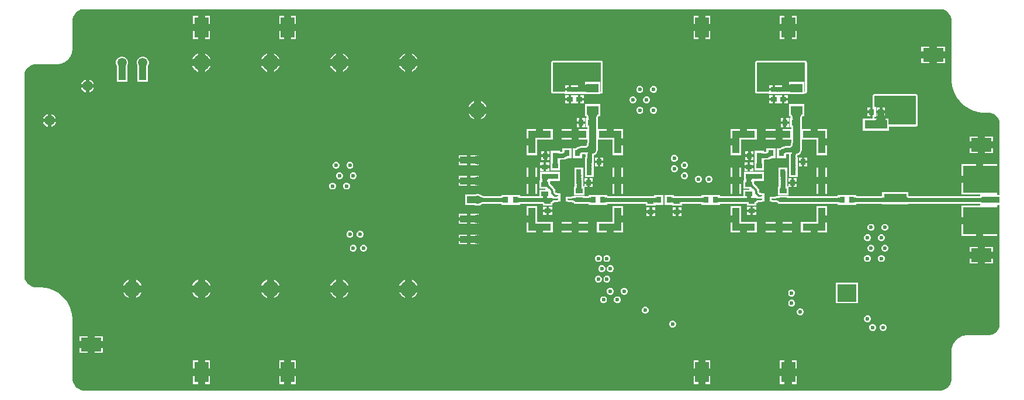
<source format=gtl>
G04*
G04 #@! TF.GenerationSoftware,Altium Limited,Altium Designer,21.7.2 (23)*
G04*
G04 Layer_Physical_Order=1*
G04 Layer_Color=255*
%FSLAX43Y43*%
%MOMM*%
G71*
G04*
G04 #@! TF.SameCoordinates,BD2E6C67-D46E-495A-B7F0-CE9B6F3DEFF6*
G04*
G04*
G04 #@! TF.FilePolarity,Positive*
G04*
G01*
G75*
%ADD27R,0.556X0.179*%
%ADD41C,0.600*%
%ADD45C,0.365*%
%ADD46C,0.635*%
%ADD47R,2.000X3.000*%
%ADD48R,3.000X2.000*%
%ADD49R,4.750X4.000*%
%ADD50R,2.540X0.900*%
%ADD51R,0.900X1.200*%
%ADD52R,0.900X1.500*%
%ADD53R,0.900X0.600*%
%ADD54R,0.800X0.900*%
%ADD55R,3.300X1.270*%
%ADD56R,1.020X0.640*%
%ADD57R,0.900X0.800*%
%ADD58R,0.610X1.194*%
%ADD59R,3.300X1.000*%
%ADD60R,1.000X3.300*%
%ADD61R,1.700X1.250*%
%ADD62R,1.000X2.500*%
%ADD63C,1.500*%
%ADD64C,2.400*%
%ADD65C,1.200*%
%ADD66R,2.500X1.000*%
%ADD67R,1.500X1.000*%
%ADD68C,0.512*%
%ADD69C,0.254*%
%ADD70C,0.575*%
%ADD71C,1.000*%
%ADD72C,0.900*%
%ADD73R,5.250X4.000*%
%ADD74R,2.400X3.100*%
%ADD75R,2.700X2.500*%
%ADD76R,2.290X2.290*%
%ADD77C,7.000*%
%ADD78C,0.700*%
%ADD79C,1.000*%
%ADD80C,1.350*%
G36*
X164979Y102578D02*
X165277Y102454D01*
X165546Y102275D01*
X165775Y102046D01*
X165954Y101777D01*
X166078Y101479D01*
X166141Y101162D01*
Y101000D01*
Y92500D01*
X166142Y92496D01*
X166141Y92492D01*
X166151Y92191D01*
X166154Y92178D01*
X166153Y92165D01*
X166232Y91569D01*
X166237Y91553D01*
X166238Y91536D01*
X166394Y90954D01*
X166402Y90939D01*
X166405Y90922D01*
X166635Y90366D01*
X166645Y90352D01*
X166650Y90336D01*
X166951Y89815D01*
X166962Y89802D01*
X166970Y89787D01*
X167336Y89309D01*
X167349Y89298D01*
X167358Y89284D01*
X167784Y88858D01*
X167798Y88849D01*
X167809Y88836D01*
X168287Y88470D01*
X168302Y88462D01*
X168315Y88451D01*
X168836Y88150D01*
X168852Y88145D01*
X168866Y88135D01*
X169422Y87905D01*
X169439Y87902D01*
X169454Y87894D01*
X170036Y87738D01*
X170053Y87737D01*
X170069Y87732D01*
X170665Y87653D01*
X170678Y87654D01*
X170691Y87651D01*
X170992Y87641D01*
X170996Y87642D01*
X171000Y87641D01*
X171662Y87641D01*
X171979Y87578D01*
X172277Y87454D01*
X172546Y87275D01*
X172775Y87046D01*
X172954Y86777D01*
X173078Y86479D01*
X173141Y86162D01*
Y86000D01*
Y75704D01*
X172850D01*
X172775Y75800D01*
X172775Y75831D01*
Y77488D01*
X170200D01*
X167625D01*
Y75800D01*
X170276D01*
X170351Y75704D01*
X170351Y75673D01*
Y75567D01*
X170298Y75560D01*
X170192Y75552D01*
X160093D01*
X160048Y75556D01*
X159984Y75567D01*
X159937Y75579D01*
X159908Y75591D01*
X159905Y75593D01*
X159904Y75602D01*
X159904Y75604D01*
Y76139D01*
X156096D01*
Y75592D01*
X156094Y75591D01*
X156065Y75579D01*
X156018Y75567D01*
X155953Y75556D01*
X155908Y75552D01*
X152493D01*
X152481Y75552D01*
X152410Y75559D01*
X152354Y75567D01*
Y75704D01*
X152107D01*
X152097Y75706D01*
X152087Y75704D01*
X151081D01*
X151046Y75704D01*
X150954D01*
X150919Y75704D01*
X149913D01*
X149903Y75706D01*
X149893Y75704D01*
X149646D01*
Y75567D01*
X149593Y75560D01*
X149487Y75552D01*
X142514D01*
Y75574D01*
X142267D01*
X142257Y75576D01*
X142255Y75576D01*
X142253Y75576D01*
X142244Y75574D01*
X141701D01*
X141651Y75584D01*
X141250Y75584D01*
X141212Y75576D01*
X141189Y75574D01*
X140986D01*
Y75522D01*
X140968Y75517D01*
X140832Y75495D01*
X140691Y75483D01*
X140623Y75482D01*
X140294Y75482D01*
X140293Y75482D01*
X140293Y75482D01*
X140266Y75482D01*
X140217Y75472D01*
X140168Y75462D01*
X140123Y75443D01*
X139819D01*
Y74757D01*
X140084D01*
X140119Y74733D01*
X140120Y74733D01*
X140120Y74733D01*
X140171Y74712D01*
X140171Y74712D01*
X140172Y74712D01*
X140221Y74702D01*
X140270Y74693D01*
X140270Y74693D01*
X140271Y74693D01*
X140298Y74693D01*
X140526Y74693D01*
X140529Y74693D01*
X140532Y74693D01*
X140610Y74695D01*
X140758Y74673D01*
X140891Y74622D01*
X140986Y74559D01*
Y74426D01*
X141193D01*
X141213Y74419D01*
X141232Y74420D01*
X141250Y74416D01*
X141651D01*
X141699Y74426D01*
X142247D01*
X142257Y74424D01*
X142264Y74425D01*
X142270Y74424D01*
X142301Y74426D01*
X142514D01*
Y74437D01*
X142729Y74448D01*
X149507D01*
X149519Y74448D01*
X149590Y74441D01*
X149646Y74433D01*
Y74296D01*
X149893D01*
X149903Y74294D01*
X149913Y74296D01*
X150919D01*
X150954Y74296D01*
X151046D01*
X151081Y74296D01*
X152087D01*
X152097Y74294D01*
X152107Y74296D01*
X152354D01*
Y74433D01*
X152407Y74440D01*
X152513Y74448D01*
X156002D01*
X156096Y74441D01*
Y74361D01*
X156328D01*
X156332Y74360D01*
X156341Y74361D01*
X156343D01*
X156352Y74359D01*
X156362Y74361D01*
X159637D01*
X159647Y74359D01*
X159657Y74361D01*
X159659D01*
X159668Y74360D01*
X159672Y74361D01*
X159904D01*
Y74437D01*
X160055Y74448D01*
X170212D01*
X170224Y74448D01*
X170295Y74441D01*
X170351Y74433D01*
X170351Y74296D01*
X170276Y74200D01*
X167625D01*
Y72512D01*
X170200D01*
X172775D01*
Y74169D01*
X172775Y74200D01*
X172850Y74296D01*
X173141D01*
X173141Y57000D01*
X173141Y56838D01*
X173078Y56521D01*
X172954Y56223D01*
X172775Y55954D01*
X172546Y55725D01*
X172277Y55546D01*
X171979Y55422D01*
X171662Y55359D01*
X171500D01*
X168500Y55359D01*
X168494Y55358D01*
X168487Y55359D01*
X168281Y55349D01*
X168263Y55344D01*
X168244D01*
X167840Y55264D01*
X167816Y55254D01*
X167791Y55249D01*
X167411Y55091D01*
X167390Y55077D01*
X167366Y55067D01*
X167024Y54839D01*
X167006Y54821D01*
X166985Y54806D01*
X166694Y54515D01*
X166679Y54494D01*
X166661Y54476D01*
X166433Y54134D01*
X166423Y54110D01*
X166409Y54089D01*
X166251Y53709D01*
X166246Y53684D01*
X166236Y53660D01*
X166156Y53256D01*
Y53237D01*
X166151Y53219D01*
X166141Y53013D01*
X166142Y53006D01*
X166141Y53000D01*
X166141Y49000D01*
X166141Y48838D01*
X166078Y48521D01*
X165954Y48223D01*
X165775Y47954D01*
X165546Y47725D01*
X165277Y47546D01*
X164979Y47422D01*
X164662Y47359D01*
X164500D01*
X40500Y47359D01*
X40338D01*
X40021Y47422D01*
X39723Y47546D01*
X39454Y47725D01*
X39225Y47954D01*
X39046Y48223D01*
X38922Y48521D01*
X38859Y48838D01*
Y49000D01*
Y57500D01*
X38858Y57504D01*
X38859Y57508D01*
X38849Y57809D01*
X38846Y57822D01*
X38847Y57835D01*
X38768Y58431D01*
X38763Y58447D01*
X38762Y58464D01*
X38606Y59046D01*
X38598Y59061D01*
X38595Y59078D01*
X38365Y59634D01*
X38355Y59648D01*
X38350Y59664D01*
X38049Y60185D01*
X38038Y60198D01*
X38030Y60213D01*
X37664Y60691D01*
X37651Y60702D01*
X37642Y60716D01*
X37216Y61142D01*
X37202Y61151D01*
X37191Y61164D01*
X36713Y61530D01*
X36698Y61538D01*
X36685Y61549D01*
X36164Y61850D01*
X36148Y61855D01*
X36134Y61865D01*
X35578Y62095D01*
X35561Y62098D01*
X35546Y62106D01*
X34964Y62262D01*
X34947Y62263D01*
X34931Y62268D01*
X34335Y62347D01*
X34322Y62346D01*
X34309Y62349D01*
X34008Y62359D01*
X34004Y62358D01*
X34000Y62359D01*
X33500Y62359D01*
X33338Y62359D01*
X33021Y62422D01*
X32723Y62546D01*
X32454Y62725D01*
X32225Y62954D01*
X32046Y63223D01*
X31922Y63521D01*
X31859Y63838D01*
Y64000D01*
X31859Y93000D01*
X31859Y93162D01*
X31922Y93479D01*
X32046Y93777D01*
X32225Y94046D01*
X32454Y94275D01*
X32723Y94454D01*
X33021Y94578D01*
X33338Y94641D01*
X33500D01*
X36500Y94641D01*
X36506Y94642D01*
X36513Y94641D01*
X36719Y94651D01*
X36737Y94656D01*
X36756D01*
X37160Y94736D01*
X37184Y94746D01*
X37209Y94751D01*
X37589Y94909D01*
X37610Y94923D01*
X37634Y94933D01*
X37976Y95161D01*
X37994Y95179D01*
X38015Y95194D01*
X38306Y95485D01*
X38321Y95506D01*
X38339Y95524D01*
X38567Y95866D01*
X38577Y95890D01*
X38591Y95911D01*
X38749Y96291D01*
X38754Y96316D01*
X38764Y96340D01*
X38844Y96744D01*
Y96763D01*
X38849Y96781D01*
X38859Y96987D01*
X38858Y96994D01*
X38859Y97000D01*
X38859Y101000D01*
X38859Y101162D01*
X38922Y101479D01*
X39046Y101777D01*
X39225Y102046D01*
X39454Y102275D01*
X39723Y102454D01*
X40021Y102578D01*
X40338Y102641D01*
X40500D01*
X164500Y102641D01*
X164662D01*
X164979Y102578D01*
D02*
G37*
G36*
X141651Y74675D02*
X141250D01*
X141250Y74675D01*
X141177Y74744D01*
X141010Y74854D01*
X140824Y74925D01*
X140626Y74954D01*
X140526Y74952D01*
X140296Y74952D01*
X140296Y74952D01*
X140269Y74952D01*
X140219Y74972D01*
X140180Y75011D01*
X140159Y75062D01*
X140159Y75089D01*
X140159Y75089D01*
X140160Y75115D01*
X140180Y75165D01*
X140218Y75202D01*
X140267Y75223D01*
X140294Y75223D01*
X140626Y75223D01*
X140626Y75223D01*
X140705Y75225D01*
X140863Y75238D01*
X141020Y75264D01*
X141174Y75301D01*
X141250Y75325D01*
X141651Y75325D01*
Y74675D01*
D02*
G37*
G36*
X142263Y75311D02*
X142280Y75306D01*
X142309Y75302D01*
X142349Y75298D01*
X142539Y75290D01*
X142832Y75287D01*
Y74713D01*
X142257Y74683D01*
Y75317D01*
X142263Y75311D01*
D02*
G37*
G36*
X159653Y75520D02*
X159670Y75471D01*
X159699Y75428D01*
X159739Y75391D01*
X159791Y75359D01*
X159854Y75334D01*
X159929Y75313D01*
X160015Y75299D01*
X160113Y75290D01*
X160222Y75287D01*
Y74713D01*
X160113Y74712D01*
X159791Y74689D01*
X159739Y74678D01*
X159699Y74666D01*
X159670Y74652D01*
X159653Y74636D01*
X159647Y74618D01*
Y75575D01*
X159653Y75520D01*
D02*
G37*
G36*
X156353Y74618D02*
X156347Y74636D01*
X156330Y74652D01*
X156301Y74666D01*
X156261Y74678D01*
X156209Y74689D01*
X156146Y74697D01*
X155985Y74709D01*
X155778Y74713D01*
Y75287D01*
X155888Y75290D01*
X155986Y75299D01*
X156072Y75313D01*
X156148Y75334D01*
X156211Y75359D01*
X156263Y75391D01*
X156304Y75428D01*
X156333Y75471D01*
X156350Y75520D01*
X156356Y75575D01*
X156353Y74618D01*
D02*
G37*
G36*
X170608Y74553D02*
X170602Y74583D01*
X170585Y74610D01*
X170556Y74634D01*
X170516Y74655D01*
X170464Y74673D01*
X170401Y74687D01*
X170326Y74698D01*
X170240Y74706D01*
X170033Y74713D01*
Y75287D01*
X170142Y75289D01*
X170326Y75302D01*
X170401Y75313D01*
X170464Y75327D01*
X170516Y75345D01*
X170556Y75366D01*
X170585Y75390D01*
X170602Y75417D01*
X170608Y75447D01*
Y74553D01*
D02*
G37*
G36*
X152103Y75417D02*
X152120Y75390D01*
X152149Y75366D01*
X152189Y75345D01*
X152241Y75327D01*
X152304Y75313D01*
X152379Y75302D01*
X152465Y75294D01*
X152672Y75287D01*
Y74713D01*
X152563Y74711D01*
X152379Y74698D01*
X152304Y74687D01*
X152241Y74673D01*
X152189Y74655D01*
X152149Y74634D01*
X152120Y74610D01*
X152103Y74583D01*
X152097Y74553D01*
Y75447D01*
X152103Y75417D01*
D02*
G37*
G36*
X149903Y74553D02*
X149897Y74583D01*
X149880Y74610D01*
X149851Y74634D01*
X149811Y74655D01*
X149759Y74673D01*
X149696Y74687D01*
X149621Y74698D01*
X149535Y74706D01*
X149328Y74713D01*
Y75287D01*
X149437Y75289D01*
X149621Y75302D01*
X149696Y75313D01*
X149759Y75327D01*
X149811Y75345D01*
X149851Y75366D01*
X149880Y75390D01*
X149897Y75417D01*
X149903Y75447D01*
Y74553D01*
D02*
G37*
%LPC*%
G36*
X143700Y101700D02*
X143012D01*
Y100512D01*
X143700D01*
Y101700D01*
D02*
G37*
G36*
X141988D02*
X141300D01*
Y100512D01*
X141988D01*
Y101700D01*
D02*
G37*
G36*
X71200D02*
X70512D01*
Y100512D01*
X71200D01*
Y101700D01*
D02*
G37*
G36*
X58700D02*
X58012D01*
Y100512D01*
X58700D01*
Y101700D01*
D02*
G37*
G36*
X69488D02*
X68800D01*
Y100512D01*
X69488D01*
Y101700D01*
D02*
G37*
G36*
X56988D02*
X56300D01*
Y100512D01*
X56988D01*
Y101700D01*
D02*
G37*
G36*
X131200D02*
X130512D01*
Y100512D01*
X131200D01*
Y101700D01*
D02*
G37*
G36*
X129488D02*
X128800D01*
Y100512D01*
X129488D01*
Y101700D01*
D02*
G37*
G36*
X143700Y99488D02*
X143012D01*
Y98300D01*
X143700D01*
Y99488D01*
D02*
G37*
G36*
X141988D02*
X141300D01*
Y98300D01*
X141988D01*
Y99488D01*
D02*
G37*
G36*
X131200Y99488D02*
X130512D01*
Y98300D01*
X131200D01*
Y99488D01*
D02*
G37*
G36*
X129488D02*
X128800D01*
Y98300D01*
X129488D01*
Y99488D01*
D02*
G37*
G36*
X71200Y99488D02*
X70512D01*
Y98300D01*
X71200D01*
Y99488D01*
D02*
G37*
G36*
X69488D02*
X68800D01*
Y98300D01*
X69488D01*
Y99488D01*
D02*
G37*
G36*
X58700D02*
X58012D01*
Y98300D01*
X58700D01*
Y99488D01*
D02*
G37*
G36*
X56988D02*
X56300D01*
Y98300D01*
X56988D01*
Y99488D01*
D02*
G37*
G36*
X165200Y97200D02*
X164012D01*
Y96512D01*
X165200D01*
Y97200D01*
D02*
G37*
G36*
X162988D02*
X161800D01*
Y96512D01*
X162988D01*
Y97200D01*
D02*
G37*
G36*
X88012Y96212D02*
Y95412D01*
X88812D01*
X88805Y95440D01*
X88620Y95760D01*
X88360Y96020D01*
X88040Y96205D01*
X88012Y96212D01*
D02*
G37*
G36*
X86988D02*
X86960Y96205D01*
X86640Y96020D01*
X86380Y95760D01*
X86195Y95440D01*
X86188Y95412D01*
X86988D01*
Y96212D01*
D02*
G37*
G36*
X78012D02*
Y95412D01*
X78812D01*
X78805Y95440D01*
X78620Y95760D01*
X78360Y96020D01*
X78040Y96205D01*
X78012Y96212D01*
D02*
G37*
G36*
X76988D02*
X76960Y96205D01*
X76640Y96020D01*
X76380Y95760D01*
X76195Y95440D01*
X76188Y95412D01*
X76988D01*
Y96212D01*
D02*
G37*
G36*
X68012D02*
Y95412D01*
X68812D01*
X68805Y95440D01*
X68620Y95760D01*
X68360Y96020D01*
X68040Y96205D01*
X68012Y96212D01*
D02*
G37*
G36*
X66988D02*
X66960Y96205D01*
X66640Y96020D01*
X66380Y95760D01*
X66195Y95440D01*
X66188Y95412D01*
X66988D01*
Y96212D01*
D02*
G37*
G36*
X58012D02*
Y95412D01*
X58812D01*
X58805Y95440D01*
X58620Y95760D01*
X58360Y96020D01*
X58040Y96205D01*
X58012Y96212D01*
D02*
G37*
G36*
X56988D02*
X56960Y96205D01*
X56640Y96020D01*
X56380Y95760D01*
X56195Y95440D01*
X56188Y95412D01*
X56988D01*
Y96212D01*
D02*
G37*
G36*
X165200Y95488D02*
X164012D01*
Y94800D01*
X165200D01*
Y95488D01*
D02*
G37*
G36*
X162988D02*
X161800D01*
Y94800D01*
X162988D01*
Y95488D01*
D02*
G37*
G36*
X88812Y94388D02*
X88012D01*
Y93588D01*
X88040Y93595D01*
X88360Y93780D01*
X88620Y94040D01*
X88805Y94360D01*
X88812Y94388D01*
D02*
G37*
G36*
X86988D02*
X86188D01*
X86195Y94360D01*
X86380Y94040D01*
X86640Y93780D01*
X86960Y93595D01*
X86988Y93588D01*
Y94388D01*
D02*
G37*
G36*
X78812D02*
X78012D01*
Y93588D01*
X78040Y93595D01*
X78360Y93780D01*
X78620Y94040D01*
X78805Y94360D01*
X78812Y94388D01*
D02*
G37*
G36*
X76988D02*
X76188D01*
X76195Y94360D01*
X76380Y94040D01*
X76640Y93780D01*
X76960Y93595D01*
X76988Y93588D01*
Y94388D01*
D02*
G37*
G36*
X68812D02*
X68012D01*
Y93588D01*
X68040Y93595D01*
X68360Y93780D01*
X68620Y94040D01*
X68805Y94360D01*
X68812Y94388D01*
D02*
G37*
G36*
X66988D02*
X66188D01*
X66195Y94360D01*
X66380Y94040D01*
X66640Y93780D01*
X66960Y93595D01*
X66988Y93588D01*
Y94388D01*
D02*
G37*
G36*
X58812D02*
X58012D01*
Y93588D01*
X58040Y93595D01*
X58360Y93780D01*
X58620Y94040D01*
X58805Y94360D01*
X58812Y94388D01*
D02*
G37*
G36*
X56988D02*
X56188D01*
X56195Y94360D01*
X56380Y94040D01*
X56640Y93780D01*
X56960Y93595D01*
X56988Y93588D01*
Y94388D01*
D02*
G37*
G36*
X49115Y95775D02*
X48885D01*
X48662Y95715D01*
X48463Y95600D01*
X48300Y95437D01*
X48185Y95238D01*
X48125Y95015D01*
Y94785D01*
X48185Y94562D01*
X48246Y94456D01*
Y92146D01*
X49754D01*
Y94456D01*
X49815Y94562D01*
X49875Y94785D01*
Y95015D01*
X49815Y95238D01*
X49700Y95437D01*
X49537Y95600D01*
X49338Y95715D01*
X49115Y95775D01*
D02*
G37*
G36*
X46115D02*
X45885D01*
X45662Y95715D01*
X45463Y95600D01*
X45300Y95437D01*
X45185Y95238D01*
X45125Y95015D01*
Y94785D01*
X45185Y94562D01*
X45246Y94456D01*
Y92146D01*
X46754D01*
Y94456D01*
X46815Y94562D01*
X46875Y94785D01*
Y95015D01*
X46815Y95238D01*
X46700Y95437D01*
X46537Y95600D01*
X46338Y95715D01*
X46115Y95775D01*
D02*
G37*
G36*
X41256Y92415D02*
Y91756D01*
X41915D01*
X41885Y91867D01*
X41760Y92083D01*
X41583Y92260D01*
X41367Y92385D01*
X41256Y92415D01*
D02*
G37*
G36*
X40744D02*
X40633Y92385D01*
X40417Y92260D01*
X40240Y92083D01*
X40115Y91867D01*
X40085Y91756D01*
X40744D01*
Y92415D01*
D02*
G37*
G36*
X41915Y91244D02*
X41256D01*
Y90585D01*
X41367Y90615D01*
X41583Y90740D01*
X41760Y90917D01*
X41885Y91133D01*
X41915Y91244D01*
D02*
G37*
G36*
X40744D02*
X40085D01*
X40115Y91133D01*
X40240Y90917D01*
X40417Y90740D01*
X40633Y90615D01*
X40744Y90585D01*
Y91244D01*
D02*
G37*
G36*
X123099Y91500D02*
X122901D01*
X122717Y91424D01*
X122576Y91283D01*
X122500Y91099D01*
Y90901D01*
X122576Y90717D01*
X122717Y90576D01*
X122901Y90500D01*
X123099D01*
X123283Y90576D01*
X123424Y90717D01*
X123500Y90901D01*
Y91099D01*
X123424Y91283D01*
X123283Y91424D01*
X123099Y91500D01*
D02*
G37*
G36*
X121099D02*
X120901D01*
X120717Y91424D01*
X120576Y91283D01*
X120500Y91099D01*
Y90901D01*
X120576Y90717D01*
X120717Y90576D01*
X120901Y90500D01*
X121099D01*
X121283Y90576D01*
X121424Y90717D01*
X121500Y90901D01*
Y91099D01*
X121424Y91283D01*
X121283Y91424D01*
X121099Y91500D01*
D02*
G37*
G36*
X144950Y95159D02*
X137950D01*
X137851Y95139D01*
X137767Y95083D01*
X137711Y94999D01*
X137691Y94900D01*
Y90700D01*
X137711Y90601D01*
X137767Y90517D01*
X137851Y90461D01*
X137950Y90441D01*
X139696D01*
Y90346D01*
X140836D01*
X140846Y90344D01*
X140846Y90344D01*
X140847Y90344D01*
X140857Y90346D01*
X141343D01*
X141353Y90344D01*
X141354Y90344D01*
X141354Y90344D01*
X141364Y90346D01*
X142504D01*
X142504Y90346D01*
X142596Y90321D01*
X142596Y90321D01*
X142621Y90321D01*
X142843D01*
X142853Y90319D01*
X142863Y90321D01*
X144804D01*
Y90441D01*
X144950D01*
X145049Y90461D01*
X145133Y90517D01*
X145189Y90601D01*
X145209Y90700D01*
Y94900D01*
X145189Y94999D01*
X145133Y95083D01*
X145049Y95139D01*
X144950Y95159D01*
D02*
G37*
G36*
X115400D02*
X108400D01*
X108301Y95139D01*
X108217Y95083D01*
X108161Y94999D01*
X108141Y94900D01*
Y90700D01*
X108161Y90601D01*
X108217Y90517D01*
X108301Y90461D01*
X108400Y90441D01*
X110146D01*
Y90346D01*
X111286D01*
X111296Y90344D01*
X111296Y90344D01*
X111297Y90344D01*
X111307Y90346D01*
X111793D01*
X111803Y90344D01*
X111804Y90344D01*
X111804Y90344D01*
X111814Y90346D01*
X112954D01*
X112954Y90346D01*
X113046Y90321D01*
X113046Y90321D01*
X113071Y90321D01*
X113293D01*
X113303Y90319D01*
X113313Y90321D01*
X115254D01*
Y90441D01*
X115400D01*
X115499Y90461D01*
X115583Y90517D01*
X115639Y90601D01*
X115659Y90700D01*
Y94900D01*
X115639Y94999D01*
X115583Y95083D01*
X115499Y95139D01*
X115400Y95159D01*
D02*
G37*
G36*
X112432Y90200D02*
Y89783D01*
X112900D01*
Y90200D01*
X112432D01*
D02*
G37*
G36*
X141982D02*
Y89783D01*
X142450D01*
Y90200D01*
X141982D01*
D02*
G37*
G36*
X140217D02*
X139750D01*
Y89783D01*
X140217D01*
Y90200D01*
D02*
G37*
G36*
X110668D02*
X110200D01*
Y89783D01*
X110668D01*
Y90200D01*
D02*
G37*
G36*
X142450Y89418D02*
X141982D01*
Y89000D01*
X142450D01*
Y89418D01*
D02*
G37*
G36*
X112900D02*
X112432D01*
Y89000D01*
X112900D01*
Y89418D01*
D02*
G37*
G36*
X140217D02*
X139750D01*
Y89000D01*
X140217D01*
Y89418D01*
D02*
G37*
G36*
X110668D02*
X110200D01*
Y89000D01*
X110668D01*
Y89418D01*
D02*
G37*
G36*
X141150Y90200D02*
X141050D01*
X141023Y90200D01*
X140582D01*
Y89600D01*
Y89000D01*
X141023D01*
X141050Y89000D01*
X141150D01*
X141177Y89000D01*
X141617D01*
Y89600D01*
Y90200D01*
X141177D01*
X141150Y90200D01*
D02*
G37*
G36*
X122099Y90000D02*
X121901D01*
X121717Y89924D01*
X121576Y89783D01*
X121500Y89599D01*
Y89401D01*
X121576Y89217D01*
X121717Y89076D01*
X121901Y89000D01*
X122099D01*
X122283Y89076D01*
X122424Y89217D01*
X122500Y89401D01*
Y89599D01*
X122424Y89783D01*
X122283Y89924D01*
X122099Y90000D01*
D02*
G37*
G36*
X120099D02*
X119901D01*
X119717Y89924D01*
X119576Y89783D01*
X119500Y89599D01*
Y89401D01*
X119576Y89217D01*
X119717Y89076D01*
X119901Y89000D01*
X120099D01*
X120283Y89076D01*
X120424Y89217D01*
X120500Y89401D01*
Y89599D01*
X120424Y89783D01*
X120283Y89924D01*
X120099Y90000D01*
D02*
G37*
G36*
X111600Y90200D02*
X111500D01*
X111473Y90200D01*
X111033D01*
Y89600D01*
Y89000D01*
X111473D01*
X111500Y89000D01*
X111600D01*
X111627Y89000D01*
X112067D01*
Y89600D01*
Y90200D01*
X111627D01*
X111600Y90200D01*
D02*
G37*
G36*
X98012Y89312D02*
Y88512D01*
X98812D01*
X98805Y88540D01*
X98620Y88860D01*
X98360Y89120D01*
X98040Y89305D01*
X98012Y89312D01*
D02*
G37*
G36*
X96988D02*
X96960Y89305D01*
X96640Y89120D01*
X96380Y88860D01*
X96195Y88540D01*
X96188Y88512D01*
X96988D01*
Y89312D01*
D02*
G37*
G36*
X154367Y88400D02*
X153950D01*
Y87933D01*
X154367D01*
Y88400D01*
D02*
G37*
G36*
X123099Y88500D02*
X122901D01*
X122717Y88424D01*
X122576Y88283D01*
X122500Y88099D01*
Y87901D01*
X122576Y87717D01*
X122717Y87576D01*
X122901Y87500D01*
X123099D01*
X123283Y87576D01*
X123424Y87717D01*
X123500Y87901D01*
Y88099D01*
X123424Y88283D01*
X123283Y88424D01*
X123099Y88500D01*
D02*
G37*
G36*
X121099D02*
X120901D01*
X120717Y88424D01*
X120576Y88283D01*
X120500Y88099D01*
Y87901D01*
X120576Y87717D01*
X120717Y87576D01*
X120901Y87500D01*
X121099D01*
X121283Y87576D01*
X121424Y87717D01*
X121500Y87901D01*
Y88099D01*
X121424Y88283D01*
X121283Y88424D01*
X121099Y88500D01*
D02*
G37*
G36*
X154367Y87568D02*
X153950D01*
Y87100D01*
X154367D01*
Y87568D01*
D02*
G37*
G36*
X35756Y87415D02*
Y86756D01*
X36415D01*
X36385Y86867D01*
X36260Y87083D01*
X36083Y87260D01*
X35867Y87385D01*
X35756Y87415D01*
D02*
G37*
G36*
X35244D02*
X35133Y87385D01*
X34917Y87260D01*
X34740Y87083D01*
X34615Y86867D01*
X34585Y86756D01*
X35244D01*
Y87415D01*
D02*
G37*
G36*
X98812Y87488D02*
X98012D01*
Y86688D01*
X98040Y86695D01*
X98360Y86880D01*
X98620Y87140D01*
X98805Y87460D01*
X98812Y87488D01*
D02*
G37*
G36*
X96988D02*
X96188D01*
X96195Y87460D01*
X96380Y87140D01*
X96640Y86880D01*
X96960Y86695D01*
X96988Y86688D01*
Y87488D01*
D02*
G37*
G36*
X142600Y86850D02*
X142182D01*
Y86382D01*
X142600D01*
Y86850D01*
D02*
G37*
G36*
X141818D02*
X141400D01*
Y86382D01*
X141818D01*
Y86850D01*
D02*
G37*
G36*
X113050D02*
X112632D01*
Y86382D01*
X113050D01*
Y86850D01*
D02*
G37*
G36*
X112268D02*
X111850D01*
Y86382D01*
X112268D01*
Y86850D01*
D02*
G37*
G36*
X36415Y86244D02*
X35756D01*
Y85585D01*
X35867Y85615D01*
X36083Y85740D01*
X36260Y85917D01*
X36385Y86133D01*
X36415Y86244D01*
D02*
G37*
G36*
X35244D02*
X34585D01*
X34615Y86133D01*
X34740Y85917D01*
X34917Y85740D01*
X35133Y85615D01*
X35244Y85585D01*
Y86244D01*
D02*
G37*
G36*
X142600Y86018D02*
X142182D01*
Y85550D01*
X142600D01*
Y86018D01*
D02*
G37*
G36*
X141818D02*
X141400D01*
Y85550D01*
X141818D01*
Y86018D01*
D02*
G37*
G36*
X113050Y86018D02*
X112632D01*
Y85550D01*
X113050D01*
Y86018D01*
D02*
G37*
G36*
X112268D02*
X111850D01*
Y85550D01*
X112268D01*
Y86018D01*
D02*
G37*
G36*
X140638Y85278D02*
X139246D01*
Y85036D01*
X140638D01*
Y85278D01*
D02*
G37*
G36*
X111088D02*
X109696D01*
Y85036D01*
X111088D01*
Y85278D01*
D02*
G37*
G36*
X161000Y90359D02*
X155000D01*
X154901Y90339D01*
X154817Y90283D01*
X154761Y90199D01*
X154741Y90100D01*
Y88454D01*
X154732Y88444D01*
Y87750D01*
Y87056D01*
X154741Y87046D01*
Y86809D01*
X153306D01*
Y85031D01*
X157114D01*
Y85641D01*
X161000D01*
X161099Y85661D01*
X161183Y85717D01*
X161239Y85801D01*
X161259Y85900D01*
Y90100D01*
X161239Y90199D01*
X161183Y90283D01*
X161099Y90339D01*
X161000Y90359D01*
D02*
G37*
G36*
X137954Y85278D02*
X136562D01*
Y84524D01*
X135538D01*
Y85278D01*
X134146D01*
Y83886D01*
X134900D01*
Y82862D01*
X134146D01*
Y81470D01*
X135654D01*
Y83770D01*
X137954D01*
Y85278D01*
D02*
G37*
G36*
X108404D02*
X107012D01*
Y84524D01*
X105988D01*
Y85278D01*
X104596D01*
Y83886D01*
X105350D01*
Y82862D01*
X104596D01*
Y81470D01*
X106104D01*
Y83770D01*
X108404D01*
Y85278D01*
D02*
G37*
G36*
X140638Y84012D02*
X139246D01*
Y83770D01*
X140638D01*
Y84012D01*
D02*
G37*
G36*
X111088D02*
X109696D01*
Y83770D01*
X111088D01*
Y84012D01*
D02*
G37*
G36*
X172200Y84200D02*
X171012D01*
Y83512D01*
X172200D01*
Y84200D01*
D02*
G37*
G36*
X169988D02*
X168800D01*
Y83512D01*
X169988D01*
Y84200D01*
D02*
G37*
G36*
X140642Y82454D02*
X139334D01*
Y81983D01*
X139121D01*
X139029Y81987D01*
X138961Y81995D01*
X138954Y81996D01*
Y82104D01*
X138707D01*
X138697Y82106D01*
X138687Y82104D01*
X137646D01*
Y80964D01*
X137644Y80954D01*
X137644Y80954D01*
X137644Y80953D01*
X137646Y80943D01*
Y80696D01*
X137646Y80696D01*
X137630Y80610D01*
X137602Y80578D01*
X137596D01*
Y80331D01*
X137594Y80321D01*
X137596Y80311D01*
Y79270D01*
X139004D01*
Y80311D01*
X139006Y80321D01*
X139004Y80331D01*
Y80578D01*
X139004D01*
X138963Y80700D01*
X138996Y80807D01*
X139148Y80817D01*
X139375D01*
X139387Y80820D01*
X139690Y80860D01*
X139983Y80981D01*
X140068Y81046D01*
X140642D01*
Y82454D01*
D02*
G37*
G36*
X111092D02*
X109784D01*
Y81983D01*
X109571D01*
X109479Y81987D01*
X109411Y81995D01*
X109404Y81996D01*
Y82104D01*
X109157D01*
X109147Y82106D01*
X109137Y82104D01*
X108096D01*
Y80964D01*
X108094Y80954D01*
X108094Y80954D01*
X108094Y80953D01*
X108096Y80943D01*
Y80696D01*
X108096Y80696D01*
X108080Y80610D01*
X108052Y80578D01*
X108046D01*
Y80331D01*
X108044Y80321D01*
X108046Y80311D01*
Y79270D01*
X109454D01*
Y80311D01*
X109456Y80321D01*
X109454Y80331D01*
Y80578D01*
X109454D01*
X109413Y80700D01*
X109446Y80807D01*
X109598Y80817D01*
X109825D01*
X109837Y80820D01*
X110140Y80860D01*
X110433Y80981D01*
X110518Y81046D01*
X111092D01*
Y82454D01*
D02*
G37*
G36*
X172200Y82488D02*
X171012D01*
Y81800D01*
X172200D01*
Y82488D01*
D02*
G37*
G36*
X169988D02*
X168800D01*
Y81800D01*
X169988D01*
Y82488D01*
D02*
G37*
G36*
X107950Y82050D02*
X107533D01*
Y81582D01*
X107950D01*
Y82050D01*
D02*
G37*
G36*
X107168D02*
X106750D01*
Y81582D01*
X107168D01*
Y82050D01*
D02*
G37*
G36*
X137500D02*
X137083D01*
Y81582D01*
X137500D01*
Y82050D01*
D02*
G37*
G36*
X136718D02*
X136300D01*
Y81582D01*
X136718D01*
Y82050D01*
D02*
G37*
G36*
X144804Y88879D02*
X142596D01*
Y87388D01*
X142594Y87378D01*
X142596Y87368D01*
Y87121D01*
X142795D01*
X142848Y87025D01*
X142854Y87004D01*
X142786Y86904D01*
X142746D01*
Y85496D01*
X142939D01*
Y85278D01*
X141662D01*
Y84524D01*
Y83770D01*
X142939D01*
Y83476D01*
X142935Y83346D01*
X142919Y83199D01*
X142893Y83076D01*
X142860Y82980D01*
X142822Y82908D01*
X142783Y82858D01*
X142743Y82824D01*
X142698Y82800D01*
X142658Y82789D01*
X142486Y82783D01*
X142175D01*
X142163Y82780D01*
X141860Y82740D01*
X141567Y82619D01*
X141352Y82454D01*
X140858D01*
Y81046D01*
X142166D01*
Y81496D01*
X142175Y81617D01*
X142589D01*
X142667Y81528D01*
X142668Y81490D01*
X142667Y81487D01*
Y81252D01*
X142664Y81204D01*
X142596D01*
Y80966D01*
X142594Y80960D01*
X142595Y80953D01*
X142594Y80947D01*
X142596Y80937D01*
Y80064D01*
X142594Y80054D01*
X142594Y80054D01*
X142594Y80053D01*
X142596Y80043D01*
Y79831D01*
X142596Y79796D01*
X142596D01*
Y79704D01*
X142596D01*
Y79457D01*
X142594Y79447D01*
X142594Y79446D01*
X142594Y79446D01*
X142596Y79436D01*
Y78296D01*
X143904D01*
Y79436D01*
X143906Y79446D01*
X143906Y79446D01*
X143906Y79447D01*
X143904Y79457D01*
Y79669D01*
X143904Y79704D01*
X143904D01*
Y79796D01*
X143904D01*
Y80043D01*
X143906Y80053D01*
X143906Y80054D01*
X143906Y80054D01*
X143904Y80064D01*
Y80937D01*
X143906Y80947D01*
X143905Y80953D01*
X143906Y80960D01*
X143904Y80966D01*
Y81204D01*
X143839D01*
X143833Y81306D01*
Y81457D01*
X143897Y81465D01*
X144080Y81541D01*
X144238Y81662D01*
X144359Y81820D01*
X144435Y82003D01*
X144461Y82200D01*
Y83770D01*
X146646D01*
Y81470D01*
X148154D01*
Y82862D01*
X147400D01*
Y83886D01*
X148154D01*
Y85278D01*
X146762D01*
Y84524D01*
X145738D01*
Y85278D01*
X144461D01*
Y86459D01*
X144462Y86558D01*
X144472Y86715D01*
X144487Y86849D01*
X144508Y86959D01*
X144531Y87042D01*
X144555Y87096D01*
X144570Y87120D01*
X144579Y87121D01*
X144804D01*
Y87368D01*
X144806Y87378D01*
X144804Y87388D01*
Y88879D01*
D02*
G37*
G36*
X115254D02*
X113046D01*
Y87388D01*
X113044Y87378D01*
X113046Y87368D01*
Y87121D01*
X113245D01*
X113298Y87025D01*
X113304Y87004D01*
X113236Y86904D01*
X113196D01*
Y85496D01*
X113390D01*
Y85278D01*
X112112D01*
Y84524D01*
Y83770D01*
X113390D01*
Y83476D01*
X113385Y83346D01*
X113369Y83199D01*
X113343Y83076D01*
X113310Y82980D01*
X113272Y82908D01*
X113233Y82858D01*
X113193Y82824D01*
X113148Y82800D01*
X113108Y82789D01*
X112936Y82783D01*
X112693D01*
X112568Y82783D01*
X112566Y82782D01*
Y82782D01*
X112552Y82780D01*
X112255Y82740D01*
X111961Y82619D01*
X111746Y82454D01*
X111308D01*
Y81046D01*
X112616D01*
Y81617D01*
X113062D01*
X113083Y81594D01*
X113142Y81512D01*
Y81293D01*
X113135Y81204D01*
X113046D01*
Y80977D01*
X113046Y80977D01*
X113046Y80974D01*
Y80957D01*
X113044Y80947D01*
X113046Y80937D01*
Y80064D01*
X113044Y80054D01*
X113044Y80054D01*
X113044Y80053D01*
X113046Y80043D01*
Y79831D01*
X113046Y79796D01*
X113046D01*
Y79704D01*
X113046D01*
Y79457D01*
X113044Y79447D01*
X113044Y79446D01*
X113044Y79446D01*
X113046Y79436D01*
Y78296D01*
X114354D01*
Y79436D01*
X114356Y79446D01*
X114356Y79446D01*
X114356Y79447D01*
X114354Y79457D01*
Y79669D01*
X114354Y79704D01*
X114354D01*
Y79796D01*
X114354D01*
Y80043D01*
X114356Y80053D01*
X114356Y80054D01*
X114356Y80054D01*
X114354Y80064D01*
Y80918D01*
X114354Y80919D01*
X114354Y80924D01*
Y80937D01*
X114356Y80947D01*
X114354Y80957D01*
Y81204D01*
X114315D01*
X114308Y81325D01*
Y81460D01*
X114347Y81465D01*
X114530Y81541D01*
X114688Y81662D01*
X114809Y81820D01*
X114885Y82003D01*
X114911Y82200D01*
Y83770D01*
X117096D01*
Y81470D01*
X118604D01*
Y82862D01*
X117850D01*
Y83886D01*
X118604D01*
Y85278D01*
X117212D01*
Y84524D01*
X116188D01*
Y85278D01*
X114911D01*
Y86460D01*
X114912Y86558D01*
X114922Y86715D01*
X114937Y86849D01*
X114958Y86959D01*
X114981Y87042D01*
X115005Y87096D01*
X115020Y87120D01*
X115029Y87121D01*
X115254D01*
Y87368D01*
X115256Y87378D01*
X115254Y87388D01*
Y88879D01*
D02*
G37*
G36*
X97700Y81450D02*
X96506D01*
Y81006D01*
X97700D01*
Y81450D01*
D02*
G37*
G36*
X95994D02*
X94800D01*
Y81006D01*
X95994D01*
Y81450D01*
D02*
G37*
G36*
X137500Y81217D02*
X137083D01*
Y80750D01*
X137500D01*
Y81217D01*
D02*
G37*
G36*
X136718D02*
X136300D01*
Y80750D01*
X136718D01*
Y81217D01*
D02*
G37*
G36*
X107950Y81217D02*
X107533D01*
Y80750D01*
X107950D01*
Y81217D01*
D02*
G37*
G36*
X107168D02*
X106750D01*
Y80750D01*
X107168D01*
Y81217D01*
D02*
G37*
G36*
X115700Y81150D02*
X115282D01*
Y80683D01*
X115700D01*
Y81150D01*
D02*
G37*
G36*
X114918D02*
X114500D01*
Y80683D01*
X114918D01*
Y81150D01*
D02*
G37*
G36*
X145250D02*
X144833D01*
Y80682D01*
X145250D01*
Y81150D01*
D02*
G37*
G36*
X144467D02*
X144050D01*
Y80682D01*
X144467D01*
Y81150D01*
D02*
G37*
G36*
X126099Y81500D02*
X125901D01*
X125717Y81424D01*
X125576Y81283D01*
X125500Y81099D01*
Y80901D01*
X125576Y80717D01*
X125717Y80576D01*
X125901Y80500D01*
X126099D01*
X126283Y80576D01*
X126424Y80717D01*
X126500Y80901D01*
Y81099D01*
X126424Y81283D01*
X126283Y81424D01*
X126099Y81500D01*
D02*
G37*
G36*
X97700Y80494D02*
X96506D01*
Y80050D01*
X97700D01*
Y80494D01*
D02*
G37*
G36*
X95994D02*
X94800D01*
Y80050D01*
X95994D01*
Y80494D01*
D02*
G37*
G36*
X137450Y80400D02*
X136982D01*
Y79982D01*
X137450D01*
Y80400D01*
D02*
G37*
G36*
X136617D02*
X136150D01*
Y79982D01*
X136617D01*
Y80400D01*
D02*
G37*
G36*
X107900D02*
X107433D01*
Y79982D01*
X107900D01*
Y80400D01*
D02*
G37*
G36*
X107067D02*
X106600D01*
Y79982D01*
X107067D01*
Y80400D01*
D02*
G37*
G36*
X145250Y80317D02*
X144833D01*
Y79850D01*
X145250D01*
Y80317D01*
D02*
G37*
G36*
X144467D02*
X144050D01*
Y79850D01*
X144467D01*
Y80317D01*
D02*
G37*
G36*
X115700Y80317D02*
X115282D01*
Y79850D01*
X115700D01*
Y80317D01*
D02*
G37*
G36*
X114918D02*
X114500D01*
Y79850D01*
X114918D01*
Y80317D01*
D02*
G37*
G36*
X127599Y80500D02*
X127401D01*
X127217Y80424D01*
X127076Y80283D01*
X127000Y80099D01*
Y79901D01*
X127076Y79717D01*
X127217Y79576D01*
X127401Y79500D01*
X127599D01*
X127783Y79576D01*
X127924Y79717D01*
X128000Y79901D01*
Y80099D01*
X127924Y80283D01*
X127783Y80424D01*
X127599Y80500D01*
D02*
G37*
G36*
X79099D02*
X78901D01*
X78717Y80424D01*
X78576Y80283D01*
X78500Y80099D01*
Y79901D01*
X78576Y79717D01*
X78717Y79576D01*
X78901Y79500D01*
X79099D01*
X79283Y79576D01*
X79424Y79717D01*
X79500Y79901D01*
Y80099D01*
X79424Y80283D01*
X79283Y80424D01*
X79099Y80500D01*
D02*
G37*
G36*
X77099D02*
X76901D01*
X76717Y80424D01*
X76576Y80283D01*
X76500Y80099D01*
Y79901D01*
X76576Y79717D01*
X76717Y79576D01*
X76901Y79500D01*
X77099D01*
X77283Y79576D01*
X77424Y79717D01*
X77500Y79901D01*
Y80099D01*
X77424Y80283D01*
X77283Y80424D01*
X77099Y80500D01*
D02*
G37*
G36*
X137450Y79618D02*
X136982D01*
Y79200D01*
X137450D01*
Y79618D01*
D02*
G37*
G36*
X136617D02*
X136150D01*
Y79200D01*
X136617D01*
Y79618D01*
D02*
G37*
G36*
X107900D02*
X107433D01*
Y79200D01*
X107900D01*
Y79618D01*
D02*
G37*
G36*
X107067D02*
X106600D01*
Y79200D01*
X107067D01*
Y79618D01*
D02*
G37*
G36*
X137853Y79056D02*
X137843Y79054D01*
X137631D01*
X137596Y79054D01*
Y79054D01*
X137504D01*
Y79054D01*
X137257D01*
X137247Y79056D01*
X137246Y79056D01*
X137246Y79056D01*
X137236Y79054D01*
X136096D01*
Y78013D01*
X136094Y78003D01*
X136096Y77993D01*
Y77774D01*
X136036D01*
Y77527D01*
X136034Y77517D01*
X136036Y77507D01*
Y76626D01*
X136756D01*
X136800Y76617D01*
X136844Y76626D01*
X136880D01*
X136898Y76601D01*
X136831Y76474D01*
X136036D01*
Y75552D01*
X132654D01*
Y75704D01*
X131381D01*
X131346Y75704D01*
X131254D01*
X131219Y75704D01*
X130213D01*
X130203Y75706D01*
X130193Y75704D01*
X129946D01*
Y75567D01*
X129893Y75560D01*
X129787Y75552D01*
X126055D01*
X126043Y75552D01*
X125972Y75559D01*
X125916Y75567D01*
Y75704D01*
X125669D01*
X125659Y75706D01*
X125649Y75704D01*
X124608D01*
Y74296D01*
X125649D01*
X125659Y74294D01*
X125696Y74173D01*
Y74146D01*
X127104D01*
Y74407D01*
X127106Y74409D01*
X127135Y74421D01*
X127182Y74433D01*
X127247Y74444D01*
X127292Y74448D01*
X129807D01*
X129819Y74448D01*
X129890Y74441D01*
X129946Y74433D01*
Y74296D01*
X130193D01*
X130203Y74294D01*
X130213Y74296D01*
X131219D01*
X131254Y74296D01*
X131346D01*
X131381Y74296D01*
X132654D01*
Y74448D01*
X136496D01*
Y74146D01*
X137904D01*
Y74490D01*
X137908Y74492D01*
X137910Y74496D01*
X137914Y74498D01*
X137957Y74545D01*
X138053Y74618D01*
X138155Y74665D01*
X138273Y74690D01*
X138331Y74693D01*
X138553Y74693D01*
X138580Y74693D01*
X138581Y74693D01*
X138581Y74693D01*
X138630Y74702D01*
X138679Y74712D01*
X138680Y74712D01*
X138680Y74712D01*
X138731Y74733D01*
X138731Y74733D01*
X138732Y74733D01*
X138767Y74757D01*
X139032D01*
Y75951D01*
X138672D01*
X138649Y75967D01*
X138500Y75996D01*
X138378D01*
X138349Y76025D01*
X138321Y76054D01*
X138320Y76227D01*
X138317Y76244D01*
X138319Y76262D01*
X138319Y76262D01*
X138309Y76295D01*
X138291Y76433D01*
X138210Y76628D01*
X138096Y76777D01*
X138083Y76797D01*
X137687Y77192D01*
X137631Y77252D01*
X137592Y77301D01*
X137564Y77342D01*
Y77507D01*
X137566Y77517D01*
X137564Y77527D01*
Y77632D01*
X137596Y77746D01*
X137679Y77746D01*
X137843D01*
X137853Y77744D01*
X137854Y77744D01*
X137854Y77744D01*
X137864Y77746D01*
X139004D01*
Y79054D01*
X137864D01*
X137854Y79056D01*
X137854Y79056D01*
X137853Y79056D01*
D02*
G37*
G36*
X108303D02*
X108293Y79054D01*
X108081D01*
X108046Y79054D01*
Y79054D01*
X107954D01*
Y79054D01*
X107707D01*
X107697Y79056D01*
X107696Y79056D01*
X107696Y79056D01*
X107686Y79054D01*
X106546D01*
Y78013D01*
X106544Y78003D01*
X106546Y77993D01*
Y77774D01*
X106486D01*
Y77527D01*
X106484Y77517D01*
X106486Y77507D01*
Y76626D01*
X107206D01*
X107250Y76617D01*
X107294Y76626D01*
X107330D01*
X107348Y76601D01*
X107281Y76474D01*
X106486D01*
Y75552D01*
X103793D01*
X103781Y75552D01*
X103710Y75559D01*
X103654Y75567D01*
Y75704D01*
X103407D01*
X103397Y75706D01*
X103387Y75704D01*
X102381D01*
X102346Y75704D01*
X102254D01*
X102219Y75704D01*
X101213D01*
X101203Y75706D01*
X101193Y75704D01*
X100946D01*
Y75567D01*
X100893Y75560D01*
X100787Y75552D01*
X98473D01*
X98361Y75562D01*
X98298Y75572D01*
X98237Y75586D01*
X98182Y75602D01*
X98134Y75619D01*
X98091Y75639D01*
X98054Y75660D01*
X98033Y75675D01*
X98024Y75683D01*
X97830Y75796D01*
X97612Y75854D01*
X97388D01*
X97170Y75796D01*
X97098Y75754D01*
X95746D01*
Y74246D01*
X97098D01*
X97170Y74204D01*
X97388Y74146D01*
X97612D01*
X97830Y74204D01*
X98024Y74317D01*
X98033Y74325D01*
X98054Y74340D01*
X98091Y74361D01*
X98134Y74381D01*
X98182Y74398D01*
X98237Y74414D01*
X98298Y74428D01*
X98361Y74438D01*
X98473Y74448D01*
X100807D01*
X100819Y74448D01*
X100890Y74441D01*
X100946Y74433D01*
Y74296D01*
X101193D01*
X101203Y74294D01*
X101213Y74296D01*
X102219D01*
X102254Y74296D01*
X102346D01*
X102381Y74296D01*
X103387D01*
X103397Y74294D01*
X103407Y74296D01*
X103654D01*
Y74433D01*
X103707Y74440D01*
X103813Y74448D01*
X106758D01*
X106803Y74444D01*
X106868Y74433D01*
X106915Y74421D01*
X106944Y74409D01*
X106946Y74407D01*
Y74146D01*
X108354D01*
Y74490D01*
X108358Y74492D01*
X108360Y74496D01*
X108364Y74498D01*
X108407Y74545D01*
X108503Y74618D01*
X108605Y74665D01*
X108723Y74690D01*
X108781Y74693D01*
X109003Y74693D01*
X109030Y74693D01*
X109031Y74693D01*
X109031Y74693D01*
X109080Y74702D01*
X109129Y74712D01*
X109130Y74712D01*
X109130Y74712D01*
X109181Y74733D01*
X109181Y74733D01*
X109182Y74733D01*
X109217Y74757D01*
X109482D01*
Y75951D01*
X109122D01*
X109099Y75967D01*
X108950Y75996D01*
X108828D01*
X108799Y76025D01*
X108771Y76054D01*
X108770Y76227D01*
X108767Y76244D01*
X108769Y76262D01*
X108769Y76262D01*
X108759Y76295D01*
X108741Y76433D01*
X108660Y76628D01*
X108546Y76777D01*
X108533Y76797D01*
X108137Y77192D01*
X108081Y77252D01*
X108042Y77301D01*
X108014Y77342D01*
Y77507D01*
X108016Y77517D01*
X108014Y77527D01*
Y77632D01*
X108046Y77746D01*
X108129Y77746D01*
X108293D01*
X108303Y77744D01*
X108304Y77744D01*
X108304Y77744D01*
X108314Y77746D01*
X109454D01*
Y79054D01*
X108314D01*
X108304Y79056D01*
X108304Y79056D01*
X108303Y79056D01*
D02*
G37*
G36*
X126099Y80000D02*
X125901D01*
X125717Y79924D01*
X125576Y79783D01*
X125500Y79599D01*
Y79401D01*
X125576Y79217D01*
X125717Y79076D01*
X125901Y79000D01*
X126099D01*
X126283Y79076D01*
X126424Y79217D01*
X126500Y79401D01*
Y79599D01*
X126424Y79783D01*
X126283Y79924D01*
X126099Y80000D01*
D02*
G37*
G36*
X172775Y80200D02*
X170712D01*
Y78512D01*
X172775D01*
Y80200D01*
D02*
G37*
G36*
X169688D02*
X167625D01*
Y78512D01*
X169688D01*
Y80200D01*
D02*
G37*
G36*
X148154Y79698D02*
X147912D01*
Y78306D01*
X148154D01*
Y79698D01*
D02*
G37*
G36*
X146888D02*
X146646D01*
Y78306D01*
X146888D01*
Y79698D01*
D02*
G37*
G36*
X135654D02*
X135412D01*
Y78306D01*
X135654D01*
Y79698D01*
D02*
G37*
G36*
X134388D02*
X134146D01*
Y78306D01*
X134388D01*
Y79698D01*
D02*
G37*
G36*
X118604D02*
X118362D01*
Y78306D01*
X118604D01*
Y79698D01*
D02*
G37*
G36*
X117338D02*
X117096D01*
Y78306D01*
X117338D01*
Y79698D01*
D02*
G37*
G36*
X106104D02*
X105862D01*
Y78306D01*
X106104D01*
Y79698D01*
D02*
G37*
G36*
X104838D02*
X104596D01*
Y78306D01*
X104838D01*
Y79698D01*
D02*
G37*
G36*
X97700Y78450D02*
X96506D01*
Y78006D01*
X97700D01*
Y78450D01*
D02*
G37*
G36*
X95994D02*
X94800D01*
Y78006D01*
X95994D01*
Y78450D01*
D02*
G37*
G36*
X127599Y79000D02*
X127401D01*
X127217Y78924D01*
X127076Y78783D01*
X127000Y78599D01*
Y78401D01*
X127076Y78217D01*
X127217Y78076D01*
X127401Y78000D01*
X127599D01*
X127783Y78076D01*
X127924Y78217D01*
X128000Y78401D01*
Y78599D01*
X127924Y78783D01*
X127783Y78924D01*
X127599Y79000D01*
D02*
G37*
G36*
X79599D02*
X79401D01*
X79217Y78924D01*
X79076Y78783D01*
X79000Y78599D01*
Y78401D01*
X79076Y78217D01*
X79217Y78076D01*
X79401Y78000D01*
X79599D01*
X79783Y78076D01*
X79924Y78217D01*
X80000Y78401D01*
Y78599D01*
X79924Y78783D01*
X79783Y78924D01*
X79599Y79000D01*
D02*
G37*
G36*
X77599D02*
X77401D01*
X77217Y78924D01*
X77076Y78783D01*
X77000Y78599D01*
Y78401D01*
X77076Y78217D01*
X77217Y78076D01*
X77401Y78000D01*
X77599D01*
X77783Y78076D01*
X77924Y78217D01*
X78000Y78401D01*
Y78599D01*
X77924Y78783D01*
X77783Y78924D01*
X77599Y79000D01*
D02*
G37*
G36*
X114200Y78150D02*
X113783D01*
Y77683D01*
X114200D01*
Y78150D01*
D02*
G37*
G36*
X113418D02*
X113000D01*
Y77683D01*
X113418D01*
Y78150D01*
D02*
G37*
G36*
X143750D02*
X143333D01*
Y77683D01*
X143750D01*
Y78150D01*
D02*
G37*
G36*
X142967D02*
X142550D01*
Y77683D01*
X142967D01*
Y78150D01*
D02*
G37*
G36*
X131099Y78500D02*
X130901D01*
X130717Y78424D01*
X130576Y78283D01*
X130500Y78099D01*
Y77901D01*
X130576Y77717D01*
X130717Y77576D01*
X130901Y77500D01*
X131099D01*
X131283Y77576D01*
X131424Y77717D01*
X131500Y77901D01*
Y78099D01*
X131424Y78283D01*
X131283Y78424D01*
X131099Y78500D01*
D02*
G37*
G36*
X129599D02*
X129401D01*
X129217Y78424D01*
X129076Y78283D01*
X129000Y78099D01*
Y77901D01*
X129076Y77717D01*
X129217Y77576D01*
X129401Y77500D01*
X129599D01*
X129783Y77576D01*
X129924Y77717D01*
X130000Y77901D01*
Y78099D01*
X129924Y78283D01*
X129783Y78424D01*
X129599Y78500D01*
D02*
G37*
G36*
X97700Y77494D02*
X96506D01*
Y77050D01*
X97700D01*
Y77494D01*
D02*
G37*
G36*
X95994D02*
X94800D01*
Y77050D01*
X95994D01*
Y77494D01*
D02*
G37*
G36*
X143750Y77317D02*
X143333D01*
Y76850D01*
X143750D01*
Y77317D01*
D02*
G37*
G36*
X114200Y77318D02*
X113783D01*
Y76850D01*
X114200D01*
Y77318D01*
D02*
G37*
G36*
X78599Y77500D02*
X78401D01*
X78217Y77424D01*
X78076Y77283D01*
X78000Y77099D01*
Y76901D01*
X78076Y76717D01*
X78217Y76576D01*
X78401Y76500D01*
X78599D01*
X78783Y76576D01*
X78924Y76717D01*
X79000Y76901D01*
Y77099D01*
X78924Y77283D01*
X78783Y77424D01*
X78599Y77500D01*
D02*
G37*
G36*
X76599D02*
X76401D01*
X76217Y77424D01*
X76076Y77283D01*
X76000Y77099D01*
Y76901D01*
X76076Y76717D01*
X76217Y76576D01*
X76401Y76500D01*
X76599D01*
X76783Y76576D01*
X76924Y76717D01*
X77000Y76901D01*
Y77099D01*
X76924Y77283D01*
X76783Y77424D01*
X76599Y77500D01*
D02*
G37*
G36*
X148154Y77282D02*
X147912D01*
Y75890D01*
X148154D01*
Y77282D01*
D02*
G37*
G36*
X146888D02*
X146646D01*
Y75890D01*
X146888D01*
Y77282D01*
D02*
G37*
G36*
X135654D02*
X135412D01*
Y75890D01*
X135654D01*
Y77282D01*
D02*
G37*
G36*
X134388D02*
X134146D01*
Y75890D01*
X134388D01*
Y77282D01*
D02*
G37*
G36*
X118604D02*
X118362D01*
Y75890D01*
X118604D01*
Y77282D01*
D02*
G37*
G36*
X117338D02*
X117096D01*
Y75890D01*
X117338D01*
Y77282D01*
D02*
G37*
G36*
X106104D02*
X105862D01*
Y75890D01*
X106104D01*
Y77282D01*
D02*
G37*
G36*
X104838D02*
X104596D01*
Y75890D01*
X104838D01*
Y77282D01*
D02*
G37*
G36*
X142380Y79704D02*
X141072D01*
Y78563D01*
X141070Y78553D01*
X141071Y78548D01*
X141070Y78542D01*
X141072Y78535D01*
Y78296D01*
X141072Y78296D01*
X141096Y78204D01*
X141096Y78204D01*
Y77957D01*
X141094Y77947D01*
X141096Y77938D01*
X141095Y77930D01*
X141096Y77925D01*
Y77064D01*
X141094Y77054D01*
X141094Y77054D01*
X141094Y77053D01*
X141096Y77043D01*
Y76874D01*
X140986D01*
Y76627D01*
X140984Y76617D01*
X140986Y76607D01*
Y75726D01*
X141706D01*
X141750Y75717D01*
X141794Y75726D01*
X142514D01*
Y76607D01*
X142516Y76617D01*
X142514Y76627D01*
Y76738D01*
X142550Y76850D01*
X142622Y76850D01*
X142967Y76850D01*
Y77317D01*
X142550D01*
Y77053D01*
X142460Y76960D01*
X142457Y76959D01*
X142407Y77051D01*
X142406Y77054D01*
X142404Y77064D01*
Y77937D01*
X142406Y77947D01*
X142405Y77952D01*
X142406Y77958D01*
X142404Y77965D01*
Y78204D01*
X142404Y78204D01*
X142380Y78296D01*
X142380Y78296D01*
Y78543D01*
X142382Y78553D01*
X142380Y78562D01*
X142381Y78570D01*
X142380Y78575D01*
Y79704D01*
D02*
G37*
G36*
X112830D02*
X111522D01*
Y78563D01*
X111520Y78553D01*
X111521Y78548D01*
X111520Y78542D01*
X111522Y78535D01*
Y78296D01*
X111522Y78296D01*
X111546Y78204D01*
X111546Y78204D01*
Y77957D01*
X111544Y77947D01*
X111546Y77938D01*
X111545Y77930D01*
X111546Y77925D01*
Y77064D01*
X111544Y77054D01*
X111544Y77054D01*
X111544Y77053D01*
X111546Y77043D01*
Y76874D01*
X111436D01*
Y76627D01*
X111434Y76617D01*
X111436Y76607D01*
Y75726D01*
X112156D01*
X112200Y75717D01*
X112244Y75726D01*
X112964D01*
Y76607D01*
X112966Y76617D01*
X112964Y76627D01*
Y76738D01*
X113000Y76850D01*
X113072Y76850D01*
X113418Y76850D01*
Y77318D01*
X113000D01*
Y77053D01*
X112910Y76960D01*
X112907Y76959D01*
X112857Y77051D01*
X112856Y77054D01*
X112854Y77064D01*
Y77937D01*
X112856Y77947D01*
X112855Y77952D01*
X112856Y77958D01*
X112854Y77965D01*
Y78204D01*
X112854Y78204D01*
X112830Y78296D01*
X112830Y78296D01*
Y78543D01*
X112832Y78553D01*
X112830Y78562D01*
X112831Y78570D01*
X112830Y78575D01*
Y79704D01*
D02*
G37*
G36*
X123341Y75706D02*
X123331Y75704D01*
X123084D01*
Y75567D01*
X123031Y75560D01*
X122925Y75552D01*
X116443D01*
X116431Y75552D01*
X116360Y75559D01*
X116304Y75567D01*
Y75704D01*
X116057D01*
X116047Y75706D01*
X116037Y75704D01*
X115031D01*
X114996Y75704D01*
X114904D01*
X114869Y75704D01*
X113863D01*
X113853Y75706D01*
X113843Y75704D01*
X113596D01*
Y75567D01*
X113543Y75560D01*
X113437Y75552D01*
X112964D01*
Y75574D01*
X112717D01*
X112707Y75576D01*
X112705Y75576D01*
X112703Y75576D01*
X112694Y75574D01*
X112151D01*
X112101Y75584D01*
X111700Y75584D01*
X111662Y75576D01*
X111639Y75574D01*
X111436D01*
Y75522D01*
X111418Y75517D01*
X111282Y75495D01*
X111141Y75483D01*
X111073Y75482D01*
X110744Y75482D01*
X110743Y75482D01*
X110743Y75482D01*
X110716Y75482D01*
X110667Y75472D01*
X110618Y75462D01*
X110573Y75443D01*
X110269D01*
Y74757D01*
X110534D01*
X110569Y74733D01*
X110570Y74733D01*
X110570Y74733D01*
X110621Y74712D01*
X110621Y74712D01*
X110622Y74712D01*
X110671Y74702D01*
X110720Y74693D01*
X110720Y74693D01*
X110721Y74693D01*
X110748Y74693D01*
X110976Y74693D01*
X110979Y74693D01*
X110982Y74693D01*
X111060Y74695D01*
X111208Y74673D01*
X111341Y74622D01*
X111436Y74559D01*
Y74426D01*
X111643D01*
X111663Y74419D01*
X111682Y74420D01*
X111700Y74416D01*
X112101D01*
X112149Y74426D01*
X112697D01*
X112707Y74424D01*
X112714Y74425D01*
X112720Y74424D01*
X112751Y74426D01*
X112964D01*
Y74437D01*
X113179Y74448D01*
X113457D01*
X113469Y74448D01*
X113540Y74441D01*
X113596Y74433D01*
Y74296D01*
X113843D01*
X113853Y74294D01*
X113863Y74296D01*
X114869D01*
X114904Y74296D01*
X114996D01*
X115031Y74296D01*
X116037D01*
X116047Y74294D01*
X116057Y74296D01*
X116304D01*
Y74433D01*
X116357Y74440D01*
X116463Y74448D01*
X121708D01*
X121753Y74444D01*
X121818Y74433D01*
X121865Y74421D01*
X121894Y74409D01*
X121896Y74407D01*
Y74146D01*
X123304D01*
Y74173D01*
X123341Y74294D01*
X123351Y74296D01*
X124392D01*
Y75704D01*
X123351D01*
X123341Y75706D01*
D02*
G37*
G36*
X108300Y74000D02*
X107833D01*
Y73582D01*
X108300D01*
Y74000D01*
D02*
G37*
G36*
X137850D02*
X137383D01*
Y73582D01*
X137850D01*
Y74000D01*
D02*
G37*
G36*
X137018D02*
X136550D01*
Y73582D01*
X137018D01*
Y74000D01*
D02*
G37*
G36*
X107468D02*
X107000D01*
Y73582D01*
X107468D01*
Y74000D01*
D02*
G37*
G36*
X127050Y73876D02*
X126582D01*
Y73459D01*
X127050D01*
Y73876D01*
D02*
G37*
G36*
X126217D02*
X125750D01*
Y73459D01*
X126217D01*
Y73876D01*
D02*
G37*
G36*
X123250Y73876D02*
X122783D01*
Y73459D01*
X123250D01*
Y73876D01*
D02*
G37*
G36*
X122418D02*
X121950D01*
Y73459D01*
X122418D01*
Y73876D01*
D02*
G37*
G36*
X137850Y73217D02*
X137383D01*
Y72800D01*
X137850D01*
Y73217D01*
D02*
G37*
G36*
X137018D02*
X136550D01*
Y72800D01*
X137018D01*
Y73217D01*
D02*
G37*
G36*
X108300D02*
X107833D01*
Y72800D01*
X108300D01*
Y73217D01*
D02*
G37*
G36*
X107468D02*
X107000D01*
Y72800D01*
X107468D01*
Y73217D01*
D02*
G37*
G36*
X127050Y73093D02*
X126582D01*
Y72676D01*
X127050D01*
Y73093D01*
D02*
G37*
G36*
X126217D02*
X125750D01*
Y72676D01*
X126217D01*
Y73093D01*
D02*
G37*
G36*
X123250Y73093D02*
X122783D01*
Y72676D01*
X123250D01*
Y73093D01*
D02*
G37*
G36*
X122418D02*
X121950D01*
Y72676D01*
X122418D01*
Y73093D01*
D02*
G37*
G36*
X97700Y72950D02*
X96506D01*
Y72506D01*
X97700D01*
Y72950D01*
D02*
G37*
G36*
X95994D02*
X94800D01*
Y72506D01*
X95994D01*
Y72950D01*
D02*
G37*
G36*
X143054Y71818D02*
X141662D01*
Y71576D01*
X143054D01*
Y71818D01*
D02*
G37*
G36*
X140638D02*
X139246D01*
Y71576D01*
X140638D01*
Y71818D01*
D02*
G37*
G36*
X113504D02*
X112112D01*
Y71576D01*
X113504D01*
Y71818D01*
D02*
G37*
G36*
X111088D02*
X109696D01*
Y71576D01*
X111088D01*
Y71818D01*
D02*
G37*
G36*
X97700Y71994D02*
X96506D01*
Y71550D01*
X97700D01*
Y71994D01*
D02*
G37*
G36*
X95994D02*
X94800D01*
Y71550D01*
X95994D01*
Y71994D01*
D02*
G37*
G36*
X156599Y71500D02*
X156401D01*
X156217Y71424D01*
X156076Y71283D01*
X156000Y71099D01*
Y70901D01*
X156076Y70717D01*
X156217Y70576D01*
X156401Y70500D01*
X156599D01*
X156783Y70576D01*
X156924Y70717D01*
X157000Y70901D01*
Y71099D01*
X156924Y71283D01*
X156783Y71424D01*
X156599Y71500D01*
D02*
G37*
G36*
X154599D02*
X154401D01*
X154217Y71424D01*
X154076Y71283D01*
X154000Y71099D01*
Y70901D01*
X154076Y70717D01*
X154217Y70576D01*
X154401Y70500D01*
X154599D01*
X154783Y70576D01*
X154924Y70717D01*
X155000Y70901D01*
Y71099D01*
X154924Y71283D01*
X154783Y71424D01*
X154599Y71500D01*
D02*
G37*
G36*
X148154Y74118D02*
X146646D01*
Y71818D01*
X144346D01*
Y70310D01*
X145738D01*
Y71064D01*
X146762D01*
Y70310D01*
X148154D01*
Y71702D01*
X147400D01*
Y72726D01*
X148154D01*
Y74118D01*
D02*
G37*
G36*
X143054Y70552D02*
X141662D01*
Y70310D01*
X143054D01*
Y70552D01*
D02*
G37*
G36*
X140638D02*
X139246D01*
Y70310D01*
X140638D01*
Y70552D01*
D02*
G37*
G36*
X135654Y74118D02*
X134146D01*
Y72726D01*
X134900D01*
Y71702D01*
X134146D01*
Y70310D01*
X135538D01*
Y71064D01*
X136562D01*
Y70310D01*
X137954D01*
Y71818D01*
X135654D01*
Y74118D01*
D02*
G37*
G36*
X118604D02*
X117096D01*
Y71818D01*
X114796D01*
Y70310D01*
X116188D01*
Y71064D01*
X117212D01*
Y70310D01*
X118604D01*
Y71702D01*
X117850D01*
Y72726D01*
X118604D01*
Y74118D01*
D02*
G37*
G36*
X113504Y70552D02*
X112112D01*
Y70310D01*
X113504D01*
Y70552D01*
D02*
G37*
G36*
X111088D02*
X109696D01*
Y70310D01*
X111088D01*
Y70552D01*
D02*
G37*
G36*
X106104Y74118D02*
X104596D01*
Y72726D01*
X105350D01*
Y71702D01*
X104596D01*
Y70310D01*
X105988D01*
Y71064D01*
X107012D01*
Y70310D01*
X108404D01*
Y71818D01*
X106104D01*
Y74118D01*
D02*
G37*
G36*
X172775Y71488D02*
X170712D01*
Y69800D01*
X172775D01*
Y71488D01*
D02*
G37*
G36*
X169688D02*
X167625D01*
Y69800D01*
X169688D01*
Y71488D01*
D02*
G37*
G36*
X97700Y69950D02*
X96506D01*
Y69506D01*
X97700D01*
Y69950D01*
D02*
G37*
G36*
X95994D02*
X94800D01*
Y69506D01*
X95994D01*
Y69950D01*
D02*
G37*
G36*
X80599Y70500D02*
X80401D01*
X80217Y70424D01*
X80076Y70283D01*
X80000Y70099D01*
Y69901D01*
X80076Y69717D01*
X80217Y69576D01*
X80401Y69500D01*
X80599D01*
X80783Y69576D01*
X80924Y69717D01*
X81000Y69901D01*
Y70099D01*
X80924Y70283D01*
X80783Y70424D01*
X80599Y70500D01*
D02*
G37*
G36*
X79099D02*
X78901D01*
X78717Y70424D01*
X78576Y70283D01*
X78500Y70099D01*
Y69901D01*
X78576Y69717D01*
X78717Y69576D01*
X78901Y69500D01*
X79099D01*
X79283Y69576D01*
X79424Y69717D01*
X79500Y69901D01*
Y70099D01*
X79424Y70283D01*
X79283Y70424D01*
X79099Y70500D01*
D02*
G37*
G36*
X156099Y70000D02*
X155901D01*
X155717Y69924D01*
X155576Y69783D01*
X155500Y69599D01*
Y69401D01*
X155576Y69217D01*
X155717Y69076D01*
X155901Y69000D01*
X156099D01*
X156283Y69076D01*
X156424Y69217D01*
X156500Y69401D01*
Y69599D01*
X156424Y69783D01*
X156283Y69924D01*
X156099Y70000D01*
D02*
G37*
G36*
X154099D02*
X153901D01*
X153717Y69924D01*
X153576Y69783D01*
X153500Y69599D01*
Y69401D01*
X153576Y69217D01*
X153717Y69076D01*
X153901Y69000D01*
X154099D01*
X154283Y69076D01*
X154424Y69217D01*
X154500Y69401D01*
Y69599D01*
X154424Y69783D01*
X154283Y69924D01*
X154099Y70000D01*
D02*
G37*
G36*
X97700Y68994D02*
X96506D01*
Y68550D01*
X97700D01*
Y68994D01*
D02*
G37*
G36*
X95994D02*
X94800D01*
Y68550D01*
X95994D01*
Y68994D01*
D02*
G37*
G36*
X172200Y68200D02*
X171012D01*
Y67512D01*
X172200D01*
Y68200D01*
D02*
G37*
G36*
X169988D02*
X168800D01*
Y67512D01*
X169988D01*
Y68200D01*
D02*
G37*
G36*
X156599Y68500D02*
X156401D01*
X156217Y68424D01*
X156076Y68283D01*
X156000Y68099D01*
Y67901D01*
X156076Y67717D01*
X156217Y67576D01*
X156401Y67500D01*
X156599D01*
X156783Y67576D01*
X156924Y67717D01*
X157000Y67901D01*
Y68099D01*
X156924Y68283D01*
X156783Y68424D01*
X156599Y68500D01*
D02*
G37*
G36*
X154599D02*
X154401D01*
X154217Y68424D01*
X154076Y68283D01*
X154000Y68099D01*
Y67901D01*
X154076Y67717D01*
X154217Y67576D01*
X154401Y67500D01*
X154599D01*
X154783Y67576D01*
X154924Y67717D01*
X155000Y67901D01*
Y68099D01*
X154924Y68283D01*
X154783Y68424D01*
X154599Y68500D01*
D02*
G37*
G36*
X81099D02*
X80901D01*
X80717Y68424D01*
X80576Y68283D01*
X80500Y68099D01*
Y67901D01*
X80576Y67717D01*
X80717Y67576D01*
X80901Y67500D01*
X81099D01*
X81283Y67576D01*
X81424Y67717D01*
X81500Y67901D01*
Y68099D01*
X81424Y68283D01*
X81283Y68424D01*
X81099Y68500D01*
D02*
G37*
G36*
X79599D02*
X79401D01*
X79217Y68424D01*
X79076Y68283D01*
X79000Y68099D01*
Y67901D01*
X79076Y67717D01*
X79217Y67576D01*
X79401Y67500D01*
X79599D01*
X79783Y67576D01*
X79924Y67717D01*
X80000Y67901D01*
Y68099D01*
X79924Y68283D01*
X79783Y68424D01*
X79599Y68500D01*
D02*
G37*
G36*
X156099Y67000D02*
X155901D01*
X155717Y66924D01*
X155576Y66783D01*
X155500Y66599D01*
Y66401D01*
X155576Y66217D01*
X155717Y66076D01*
X155901Y66000D01*
X156099D01*
X156283Y66076D01*
X156424Y66217D01*
X156500Y66401D01*
Y66599D01*
X156424Y66783D01*
X156283Y66924D01*
X156099Y67000D01*
D02*
G37*
G36*
X154099D02*
X153901D01*
X153717Y66924D01*
X153576Y66783D01*
X153500Y66599D01*
Y66401D01*
X153576Y66217D01*
X153717Y66076D01*
X153901Y66000D01*
X154099D01*
X154283Y66076D01*
X154424Y66217D01*
X154500Y66401D01*
Y66599D01*
X154424Y66783D01*
X154283Y66924D01*
X154099Y67000D01*
D02*
G37*
G36*
X116349D02*
X116151D01*
X115967Y66924D01*
X115826Y66783D01*
X115750Y66599D01*
Y66401D01*
X115826Y66217D01*
X115967Y66076D01*
X116151Y66000D01*
X116349D01*
X116533Y66076D01*
X116674Y66217D01*
X116750Y66401D01*
Y66599D01*
X116674Y66783D01*
X116533Y66924D01*
X116349Y67000D01*
D02*
G37*
G36*
X115099D02*
X114901D01*
X114717Y66924D01*
X114576Y66783D01*
X114500Y66599D01*
Y66401D01*
X114576Y66217D01*
X114717Y66076D01*
X114901Y66000D01*
X115099D01*
X115283Y66076D01*
X115424Y66217D01*
X115500Y66401D01*
Y66599D01*
X115424Y66783D01*
X115283Y66924D01*
X115099Y67000D01*
D02*
G37*
G36*
X172200Y66488D02*
X171012D01*
Y65800D01*
X172200D01*
Y66488D01*
D02*
G37*
G36*
X169988D02*
X168800D01*
Y65800D01*
X169988D01*
Y66488D01*
D02*
G37*
G36*
X116849Y65500D02*
X116651D01*
X116467Y65424D01*
X116326Y65283D01*
X116250Y65099D01*
Y64901D01*
X116326Y64717D01*
X116467Y64576D01*
X116651Y64500D01*
X116849D01*
X117033Y64576D01*
X117174Y64717D01*
X117250Y64901D01*
Y65099D01*
X117174Y65283D01*
X117033Y65424D01*
X116849Y65500D01*
D02*
G37*
G36*
X115599D02*
X115401D01*
X115217Y65424D01*
X115076Y65283D01*
X115000Y65099D01*
Y64901D01*
X115076Y64717D01*
X115217Y64576D01*
X115401Y64500D01*
X115599D01*
X115783Y64576D01*
X115924Y64717D01*
X116000Y64901D01*
Y65099D01*
X115924Y65283D01*
X115783Y65424D01*
X115599Y65500D01*
D02*
G37*
G36*
X116349Y64000D02*
X116151D01*
X115967Y63924D01*
X115826Y63783D01*
X115750Y63599D01*
Y63401D01*
X115826Y63217D01*
X115967Y63076D01*
X116151Y63000D01*
X116349D01*
X116533Y63076D01*
X116674Y63217D01*
X116750Y63401D01*
Y63599D01*
X116674Y63783D01*
X116533Y63924D01*
X116349Y64000D01*
D02*
G37*
G36*
X115099D02*
X114901D01*
X114717Y63924D01*
X114576Y63783D01*
X114500Y63599D01*
Y63401D01*
X114576Y63217D01*
X114717Y63076D01*
X114901Y63000D01*
X115099D01*
X115283Y63076D01*
X115424Y63217D01*
X115500Y63401D01*
Y63599D01*
X115424Y63783D01*
X115283Y63924D01*
X115099Y64000D01*
D02*
G37*
G36*
X88012Y63412D02*
Y62612D01*
X88812D01*
X88805Y62640D01*
X88620Y62960D01*
X88360Y63220D01*
X88040Y63405D01*
X88012Y63412D01*
D02*
G37*
G36*
X86988D02*
X86960Y63405D01*
X86640Y63220D01*
X86380Y62960D01*
X86195Y62640D01*
X86188Y62612D01*
X86988D01*
Y63412D01*
D02*
G37*
G36*
X78012D02*
Y62612D01*
X78812D01*
X78805Y62640D01*
X78620Y62960D01*
X78360Y63220D01*
X78040Y63405D01*
X78012Y63412D01*
D02*
G37*
G36*
X76988D02*
X76960Y63405D01*
X76640Y63220D01*
X76380Y62960D01*
X76195Y62640D01*
X76188Y62612D01*
X76988D01*
Y63412D01*
D02*
G37*
G36*
X68012D02*
Y62612D01*
X68812D01*
X68805Y62640D01*
X68620Y62960D01*
X68360Y63220D01*
X68040Y63405D01*
X68012Y63412D01*
D02*
G37*
G36*
X66988D02*
X66960Y63405D01*
X66640Y63220D01*
X66380Y62960D01*
X66195Y62640D01*
X66188Y62612D01*
X66988D01*
Y63412D01*
D02*
G37*
G36*
X58012D02*
Y62612D01*
X58812D01*
X58805Y62640D01*
X58620Y62960D01*
X58360Y63220D01*
X58040Y63405D01*
X58012Y63412D01*
D02*
G37*
G36*
X56988D02*
X56960Y63405D01*
X56640Y63220D01*
X56380Y62960D01*
X56195Y62640D01*
X56188Y62612D01*
X56988D01*
Y63412D01*
D02*
G37*
G36*
X48012D02*
Y62612D01*
X48812D01*
X48805Y62640D01*
X48620Y62960D01*
X48360Y63220D01*
X48040Y63405D01*
X48012Y63412D01*
D02*
G37*
G36*
X46988D02*
X46960Y63405D01*
X46640Y63220D01*
X46380Y62960D01*
X46195Y62640D01*
X46188Y62612D01*
X46988D01*
Y63412D01*
D02*
G37*
G36*
X118849Y62250D02*
X118651D01*
X118467Y62174D01*
X118326Y62033D01*
X118250Y61849D01*
Y61651D01*
X118326Y61467D01*
X118467Y61326D01*
X118651Y61250D01*
X118849D01*
X119033Y61326D01*
X119174Y61467D01*
X119250Y61651D01*
Y61849D01*
X119174Y62033D01*
X119033Y62174D01*
X118849Y62250D01*
D02*
G37*
G36*
X116849D02*
X116651D01*
X116467Y62174D01*
X116326Y62033D01*
X116250Y61849D01*
Y61651D01*
X116326Y61467D01*
X116467Y61326D01*
X116651Y61250D01*
X116849D01*
X117033Y61326D01*
X117174Y61467D01*
X117250Y61651D01*
Y61849D01*
X117174Y62033D01*
X117033Y62174D01*
X116849Y62250D01*
D02*
G37*
G36*
X143099Y62000D02*
X142901D01*
X142717Y61924D01*
X142576Y61783D01*
X142500Y61599D01*
Y61401D01*
X142576Y61217D01*
X142717Y61076D01*
X142901Y61000D01*
X143099D01*
X143283Y61076D01*
X143424Y61217D01*
X143500Y61401D01*
Y61599D01*
X143424Y61783D01*
X143283Y61924D01*
X143099Y62000D01*
D02*
G37*
G36*
X88812Y61588D02*
X88012D01*
Y60788D01*
X88040Y60795D01*
X88360Y60980D01*
X88620Y61240D01*
X88805Y61560D01*
X88812Y61588D01*
D02*
G37*
G36*
X86988D02*
X86188D01*
X86195Y61560D01*
X86380Y61240D01*
X86640Y60980D01*
X86960Y60795D01*
X86988Y60788D01*
Y61588D01*
D02*
G37*
G36*
X78812D02*
X78012D01*
Y60788D01*
X78040Y60795D01*
X78360Y60980D01*
X78620Y61240D01*
X78805Y61560D01*
X78812Y61588D01*
D02*
G37*
G36*
X76988D02*
X76188D01*
X76195Y61560D01*
X76380Y61240D01*
X76640Y60980D01*
X76960Y60795D01*
X76988Y60788D01*
Y61588D01*
D02*
G37*
G36*
X68812D02*
X68012D01*
Y60788D01*
X68040Y60795D01*
X68360Y60980D01*
X68620Y61240D01*
X68805Y61560D01*
X68812Y61588D01*
D02*
G37*
G36*
X66988D02*
X66188D01*
X66195Y61560D01*
X66380Y61240D01*
X66640Y60980D01*
X66960Y60795D01*
X66988Y60788D01*
Y61588D01*
D02*
G37*
G36*
X58812D02*
X58012D01*
Y60788D01*
X58040Y60795D01*
X58360Y60980D01*
X58620Y61240D01*
X58805Y61560D01*
X58812Y61588D01*
D02*
G37*
G36*
X56988D02*
X56188D01*
X56195Y61560D01*
X56380Y61240D01*
X56640Y60980D01*
X56960Y60795D01*
X56988Y60788D01*
Y61588D01*
D02*
G37*
G36*
X48812D02*
X48012D01*
Y60788D01*
X48040Y60795D01*
X48360Y60980D01*
X48620Y61240D01*
X48805Y61560D01*
X48812Y61588D01*
D02*
G37*
G36*
X46988D02*
X46188D01*
X46195Y61560D01*
X46380Y61240D01*
X46640Y60980D01*
X46960Y60795D01*
X46988Y60788D01*
Y61588D01*
D02*
G37*
G36*
X117849Y61000D02*
X117651D01*
X117467Y60924D01*
X117326Y60783D01*
X117250Y60599D01*
Y60401D01*
X117326Y60217D01*
X117467Y60076D01*
X117651Y60000D01*
X117849D01*
X118033Y60076D01*
X118174Y60217D01*
X118250Y60401D01*
Y60599D01*
X118174Y60783D01*
X118033Y60924D01*
X117849Y61000D01*
D02*
G37*
G36*
X115849D02*
X115651D01*
X115467Y60924D01*
X115326Y60783D01*
X115250Y60599D01*
Y60401D01*
X115326Y60217D01*
X115467Y60076D01*
X115651Y60000D01*
X115849D01*
X116033Y60076D01*
X116174Y60217D01*
X116250Y60401D01*
Y60599D01*
X116174Y60783D01*
X116033Y60924D01*
X115849Y61000D01*
D02*
G37*
G36*
X152604Y63004D02*
X149396D01*
Y59996D01*
X152604D01*
Y63004D01*
D02*
G37*
G36*
X143099Y60500D02*
X142901D01*
X142717Y60424D01*
X142576Y60283D01*
X142500Y60099D01*
Y59901D01*
X142576Y59717D01*
X142717Y59576D01*
X142901Y59500D01*
X143099D01*
X143283Y59576D01*
X143424Y59717D01*
X143500Y59901D01*
Y60099D01*
X143424Y60283D01*
X143283Y60424D01*
X143099Y60500D01*
D02*
G37*
G36*
X121888Y59485D02*
X121689D01*
X121505Y59409D01*
X121364Y59268D01*
X121288Y59084D01*
Y58886D01*
X121364Y58702D01*
X121505Y58561D01*
X121689Y58485D01*
X121888D01*
X122072Y58561D01*
X122212Y58702D01*
X122288Y58886D01*
Y59084D01*
X122212Y59268D01*
X122072Y59409D01*
X121888Y59485D01*
D02*
G37*
G36*
X144349Y59250D02*
X144151D01*
X143967Y59174D01*
X143826Y59033D01*
X143750Y58849D01*
Y58651D01*
X143826Y58467D01*
X143967Y58326D01*
X144151Y58250D01*
X144349D01*
X144533Y58326D01*
X144674Y58467D01*
X144750Y58651D01*
Y58849D01*
X144674Y59033D01*
X144533Y59174D01*
X144349Y59250D01*
D02*
G37*
G36*
X154099Y58250D02*
X153901D01*
X153717Y58174D01*
X153576Y58033D01*
X153500Y57849D01*
Y57651D01*
X153576Y57467D01*
X153717Y57326D01*
X153901Y57250D01*
X154099D01*
X154283Y57326D01*
X154424Y57467D01*
X154500Y57651D01*
Y57849D01*
X154424Y58033D01*
X154283Y58174D01*
X154099Y58250D01*
D02*
G37*
G36*
X125849Y57475D02*
X125651D01*
X125467Y57399D01*
X125326Y57258D01*
X125250Y57074D01*
Y56876D01*
X125326Y56692D01*
X125467Y56551D01*
X125651Y56475D01*
X125849D01*
X126033Y56551D01*
X126174Y56692D01*
X126250Y56876D01*
Y57074D01*
X126174Y57258D01*
X126033Y57399D01*
X125849Y57475D01*
D02*
G37*
G36*
X156349Y57000D02*
X156151D01*
X155967Y56924D01*
X155826Y56783D01*
X155750Y56599D01*
Y56401D01*
X155826Y56217D01*
X155967Y56076D01*
X156151Y56000D01*
X156349D01*
X156533Y56076D01*
X156674Y56217D01*
X156750Y56401D01*
Y56599D01*
X156674Y56783D01*
X156533Y56924D01*
X156349Y57000D01*
D02*
G37*
G36*
X154849D02*
X154651D01*
X154467Y56924D01*
X154326Y56783D01*
X154250Y56599D01*
Y56401D01*
X154326Y56217D01*
X154467Y56076D01*
X154651Y56000D01*
X154849D01*
X155033Y56076D01*
X155174Y56217D01*
X155250Y56401D01*
Y56599D01*
X155174Y56783D01*
X155033Y56924D01*
X154849Y57000D01*
D02*
G37*
G36*
X43200Y55200D02*
X42012D01*
Y54512D01*
X43200D01*
Y55200D01*
D02*
G37*
G36*
X40988D02*
X39800D01*
Y54512D01*
X40988D01*
Y55200D01*
D02*
G37*
G36*
X43200Y53488D02*
X42012D01*
Y52800D01*
X43200D01*
Y53488D01*
D02*
G37*
G36*
X40988D02*
X39800D01*
Y52800D01*
X40988D01*
Y53488D01*
D02*
G37*
G36*
X131200Y51700D02*
X130512D01*
Y50512D01*
X131200D01*
Y51700D01*
D02*
G37*
G36*
X129488D02*
X128800D01*
Y50512D01*
X129488D01*
Y51700D01*
D02*
G37*
G36*
X71200D02*
X70512D01*
Y50512D01*
X71200D01*
Y51700D01*
D02*
G37*
G36*
X58700D02*
X58012D01*
Y50512D01*
X58700D01*
Y51700D01*
D02*
G37*
G36*
X69488D02*
X68800D01*
Y50512D01*
X69488D01*
Y51700D01*
D02*
G37*
G36*
X56988D02*
X56300D01*
Y50512D01*
X56988D01*
Y51700D01*
D02*
G37*
G36*
X143700D02*
X143012D01*
Y50512D01*
X143700D01*
Y51700D01*
D02*
G37*
G36*
X141988D02*
X141300D01*
Y50512D01*
X141988D01*
Y51700D01*
D02*
G37*
G36*
X143700Y49488D02*
X143012D01*
Y48300D01*
X143700D01*
Y49488D01*
D02*
G37*
G36*
X141988D02*
X141300D01*
Y48300D01*
X141988D01*
Y49488D01*
D02*
G37*
G36*
X131200Y49488D02*
X130512D01*
Y48300D01*
X131200D01*
Y49488D01*
D02*
G37*
G36*
X129488D02*
X128800D01*
Y48300D01*
X129488D01*
Y49488D01*
D02*
G37*
G36*
X71200Y49488D02*
X70512D01*
Y48300D01*
X71200D01*
Y49488D01*
D02*
G37*
G36*
X69488D02*
X68800D01*
Y48300D01*
X69488D01*
Y49488D01*
D02*
G37*
G36*
X58700D02*
X58012D01*
Y48300D01*
X58700D01*
Y49488D01*
D02*
G37*
G36*
X56988D02*
X56300D01*
Y48300D01*
X56988D01*
Y49488D01*
D02*
G37*
%LPD*%
G36*
X141353Y91320D02*
X141482Y91317D01*
Y90683D01*
X141361Y90682D01*
X141353Y90681D01*
Y90603D01*
X141347Y90618D01*
X141328Y90632D01*
X141296Y90644D01*
X141251Y90654D01*
X141194Y90663D01*
X141142Y90667D01*
X140949Y90654D01*
X140904Y90644D01*
X140872Y90632D01*
X140853Y90618D01*
X140847Y90603D01*
Y90680D01*
X140718Y90683D01*
Y91317D01*
X140839Y91318D01*
X140847Y91319D01*
Y91397D01*
X140853Y91382D01*
X140872Y91368D01*
X140904Y91356D01*
X140949Y91346D01*
X141006Y91337D01*
X141058Y91333D01*
X141251Y91346D01*
X141296Y91356D01*
X141328Y91368D01*
X141347Y91382D01*
X141353Y91397D01*
Y91320D01*
D02*
G37*
G36*
X144950Y90700D02*
X144804D01*
Y92079D01*
X142596D01*
Y91686D01*
X142640Y91693D01*
X142717Y91712D01*
X142776Y91734D01*
X142819Y91760D01*
X142845Y91789D01*
X142853Y91822D01*
Y90578D01*
X142845Y90611D01*
X142819Y90640D01*
X142776Y90666D01*
X142717Y90688D01*
X142640Y90707D01*
X142596Y90714D01*
Y90700D01*
X142450D01*
Y90733D01*
X142435Y90735D01*
X142162Y90748D01*
X142000Y90750D01*
Y90817D01*
X141800D01*
Y91000D01*
X141617D01*
Y91600D01*
X141150D01*
Y91600D01*
X141050D01*
Y91600D01*
X140582D01*
Y91000D01*
X140400D01*
Y90817D01*
X139750D01*
Y90700D01*
X137950D01*
Y94900D01*
X144950D01*
Y90700D01*
D02*
G37*
%LPC*%
G36*
X142000Y91600D02*
X141982D01*
Y91183D01*
X142000D01*
Y91600D01*
D02*
G37*
G36*
X140217D02*
X139750D01*
Y91183D01*
X140217D01*
Y91600D01*
D02*
G37*
%LPD*%
G36*
X111803Y91320D02*
X111932Y91317D01*
Y90683D01*
X111811Y90682D01*
X111803Y90681D01*
Y90603D01*
X111797Y90618D01*
X111778Y90632D01*
X111746Y90644D01*
X111701Y90654D01*
X111644Y90663D01*
X111592Y90667D01*
X111399Y90654D01*
X111354Y90644D01*
X111322Y90632D01*
X111303Y90618D01*
X111297Y90603D01*
Y90680D01*
X111168Y90683D01*
Y91317D01*
X111289Y91318D01*
X111297Y91319D01*
Y91397D01*
X111303Y91382D01*
X111322Y91368D01*
X111354Y91356D01*
X111399Y91346D01*
X111456Y91337D01*
X111508Y91333D01*
X111701Y91346D01*
X111746Y91356D01*
X111778Y91368D01*
X111797Y91382D01*
X111803Y91397D01*
Y91320D01*
D02*
G37*
G36*
X115400Y90700D02*
X115254D01*
Y92079D01*
X113046D01*
Y91686D01*
X113090Y91693D01*
X113167Y91712D01*
X113226Y91734D01*
X113269Y91760D01*
X113295Y91789D01*
X113303Y91822D01*
Y90578D01*
X113295Y90611D01*
X113269Y90640D01*
X113226Y90666D01*
X113167Y90688D01*
X113090Y90707D01*
X113046Y90714D01*
Y90700D01*
X112900D01*
Y90733D01*
X112885Y90735D01*
X112612Y90748D01*
X112450Y90750D01*
Y90817D01*
X112250D01*
Y91000D01*
X112067D01*
Y91600D01*
X111600D01*
Y91600D01*
X111500D01*
Y91600D01*
X111033D01*
Y91000D01*
X110850D01*
Y90817D01*
X110200D01*
Y90700D01*
X108400D01*
Y94900D01*
X115400D01*
Y90700D01*
D02*
G37*
%LPC*%
G36*
X112450Y91600D02*
X112432D01*
Y91183D01*
X112450D01*
Y91600D01*
D02*
G37*
G36*
X110668D02*
X110200D01*
Y91183D01*
X110668D01*
Y91600D01*
D02*
G37*
%LPD*%
G36*
X161000Y85900D02*
X157060D01*
Y86755D01*
X156575D01*
X156596Y86712D01*
X156649Y86642D01*
X156710Y86592D01*
X156780Y86562D01*
X156857Y86552D01*
X154950Y86549D01*
X155045Y86559D01*
X155130Y86589D01*
X155205Y86640D01*
X155270Y86710D01*
X155298Y86755D01*
X155000D01*
Y87046D01*
X155204D01*
Y88454D01*
X155000D01*
Y90100D01*
X161000D01*
Y85900D01*
D02*
G37*
%LPC*%
G36*
X156550Y88400D02*
X156133D01*
Y87933D01*
X156550D01*
Y88400D01*
D02*
G37*
G36*
X155768D02*
X155350D01*
Y87933D01*
X155768D01*
Y88400D01*
D02*
G37*
G36*
X156550Y87567D02*
X156133D01*
Y87552D01*
X156450D01*
X156454Y87362D01*
X156481Y87100D01*
X156550D01*
Y87567D01*
D02*
G37*
G36*
X155768D02*
X155350D01*
Y87100D01*
X155415D01*
X155430Y87191D01*
X155445Y87362D01*
X155450Y87552D01*
X155768D01*
Y87567D01*
D02*
G37*
%LPD*%
G36*
X138703Y81822D02*
X138722Y81800D01*
X138754Y81781D01*
X138799Y81764D01*
X138856Y81750D01*
X138926Y81738D01*
X139008Y81729D01*
X139211Y81719D01*
X139332Y81717D01*
Y81082D01*
X139211Y81081D01*
X138926Y81062D01*
X138856Y81050D01*
X138799Y81036D01*
X138754Y81019D01*
X138722Y81000D01*
X138703Y80978D01*
X138697Y80953D01*
X138682Y80947D01*
X138668Y80928D01*
X138656Y80896D01*
X138646Y80851D01*
X138637Y80794D01*
X138629Y80690D01*
X138638Y80550D01*
X138650Y80480D01*
X138664Y80423D01*
X138681Y80378D01*
X138700Y80346D01*
X138722Y80327D01*
X138747Y80321D01*
X138618D01*
X138617Y80318D01*
X137982D01*
X137982Y80321D01*
X137853D01*
X137878Y80327D01*
X137900Y80346D01*
X137919Y80378D01*
X137936Y80423D01*
X137950Y80480D01*
X137962Y80550D01*
X137969Y80620D01*
X137954Y80851D01*
X137944Y80896D01*
X137932Y80928D01*
X137918Y80947D01*
X137903Y80953D01*
X137982D01*
X137982Y80956D01*
X138617D01*
X138618Y80953D01*
X138697D01*
Y81847D01*
X138703Y81822D01*
D02*
G37*
G36*
X109153D02*
X109172Y81800D01*
X109204Y81781D01*
X109249Y81764D01*
X109306Y81750D01*
X109376Y81738D01*
X109458Y81729D01*
X109661Y81719D01*
X109782Y81717D01*
Y81082D01*
X109661Y81081D01*
X109376Y81062D01*
X109306Y81050D01*
X109249Y81036D01*
X109204Y81019D01*
X109172Y81000D01*
X109153Y80978D01*
X109147Y80953D01*
X109132Y80947D01*
X109118Y80928D01*
X109106Y80896D01*
X109096Y80851D01*
X109087Y80794D01*
X109079Y80690D01*
X109088Y80550D01*
X109100Y80480D01*
X109114Y80423D01*
X109131Y80378D01*
X109150Y80346D01*
X109172Y80327D01*
X109197Y80321D01*
X109068D01*
X109067Y80318D01*
X108433D01*
X108432Y80321D01*
X108303D01*
X108328Y80327D01*
X108350Y80346D01*
X108369Y80378D01*
X108386Y80423D01*
X108400Y80480D01*
X108412Y80550D01*
X108420Y80620D01*
X108404Y80851D01*
X108394Y80896D01*
X108382Y80928D01*
X108368Y80947D01*
X108353Y80953D01*
X108432D01*
X108433Y80956D01*
X109067D01*
X109068Y80953D01*
X109147D01*
Y81847D01*
X109153Y81822D01*
D02*
G37*
G36*
X144481Y87368D02*
X144422Y87338D01*
X144370Y87288D01*
X144325Y87218D01*
X144287Y87128D01*
X144256Y87018D01*
X144231Y86888D01*
X144214Y86738D01*
X144203Y86568D01*
X144200Y86378D01*
X143200D01*
X143197Y86568D01*
X143169Y86888D01*
X143144Y87018D01*
X143113Y87128D01*
X143075Y87218D01*
X143030Y87288D01*
X142978Y87338D01*
X142919Y87368D01*
X142853Y87378D01*
X144547D01*
X144481Y87368D01*
D02*
G37*
G36*
X143700Y82200D02*
X143347Y82299D01*
Y81846D01*
X143330Y81853D01*
X143294Y81859D01*
X143238Y81865D01*
X142957Y81877D01*
X142314Y81882D01*
Y82518D01*
X142698Y82531D01*
X142794Y82558D01*
X142889Y82607D01*
X142971Y82677D01*
X143041Y82768D01*
X143098Y82878D01*
X143143Y83007D01*
X143175Y83158D01*
X143194Y83327D01*
X143200Y83518D01*
X143700Y82200D01*
D02*
G37*
G36*
X143568Y81384D02*
X143587Y81082D01*
X143596Y81033D01*
X143606Y80996D01*
X143618Y80969D01*
X143632Y80952D01*
X143647Y80947D01*
X142853D01*
X142868Y80952D01*
X142882Y80969D01*
X142894Y80996D01*
X142904Y81033D01*
X142913Y81082D01*
X142920Y81141D01*
X142929Y81293D01*
X142932Y81487D01*
X143568D01*
X143568Y81384D01*
D02*
G37*
G36*
X143568Y80053D02*
X143647D01*
X143632Y80047D01*
X143618Y80028D01*
X143606Y79996D01*
X143596Y79951D01*
X143587Y79894D01*
X143579Y79798D01*
X143596Y79549D01*
X143606Y79504D01*
X143618Y79472D01*
X143632Y79453D01*
X143647Y79447D01*
X143568D01*
X143568Y79418D01*
X142932D01*
X142932Y79447D01*
X142853D01*
X142868Y79453D01*
X142882Y79472D01*
X142894Y79504D01*
X142904Y79549D01*
X142913Y79606D01*
X142921Y79702D01*
X142904Y79951D01*
X142894Y79996D01*
X142882Y80028D01*
X142868Y80047D01*
X142853Y80053D01*
X142932D01*
X142932Y80082D01*
X143568D01*
X143568Y80053D01*
D02*
G37*
G36*
X114931Y87368D02*
X114872Y87338D01*
X114820Y87288D01*
X114775Y87218D01*
X114737Y87128D01*
X114706Y87018D01*
X114681Y86888D01*
X114664Y86738D01*
X114653Y86568D01*
X114650Y86378D01*
X113650D01*
X113647Y86568D01*
X113619Y86888D01*
X113594Y87018D01*
X113563Y87128D01*
X113525Y87218D01*
X113480Y87288D01*
X113428Y87338D01*
X113369Y87368D01*
X113303Y87378D01*
X114997D01*
X114931Y87368D01*
D02*
G37*
G36*
X114150Y82200D02*
X113797Y82299D01*
Y81846D01*
X113780Y81853D01*
X113744Y81859D01*
X113688Y81865D01*
X113407Y81877D01*
X112764Y81882D01*
Y82518D01*
X113148Y82531D01*
X113244Y82558D01*
X113339Y82607D01*
X113421Y82677D01*
X113491Y82768D01*
X113548Y82878D01*
X113593Y83007D01*
X113625Y83158D01*
X113644Y83327D01*
X113650Y83518D01*
X114150Y82200D01*
D02*
G37*
G36*
X114043Y81405D02*
X114069Y80998D01*
X114077Y80970D01*
X114087Y80953D01*
X114097Y80947D01*
X113303D01*
X113323Y80953D01*
X113341Y80970D01*
X113356Y80998D01*
X113370Y81037D01*
X113381Y81088D01*
X113391Y81150D01*
X113403Y81309D01*
X113408Y81512D01*
X114043D01*
X114043Y81405D01*
D02*
G37*
G36*
X114018Y80053D02*
X114097D01*
X114082Y80047D01*
X114068Y80028D01*
X114056Y79996D01*
X114046Y79951D01*
X114037Y79894D01*
X114029Y79798D01*
X114046Y79549D01*
X114056Y79504D01*
X114068Y79472D01*
X114082Y79453D01*
X114097Y79447D01*
X114018D01*
X114018Y79418D01*
X113382D01*
X113382Y79447D01*
X113303D01*
X113318Y79453D01*
X113332Y79472D01*
X113344Y79504D01*
X113354Y79549D01*
X113363Y79606D01*
X113371Y79702D01*
X113354Y79951D01*
X113344Y79996D01*
X113332Y80028D01*
X113318Y80047D01*
X113303Y80053D01*
X113382D01*
X113382Y80082D01*
X114018D01*
X114018Y80053D01*
D02*
G37*
G36*
X137853Y78718D02*
X137882Y78717D01*
Y78082D01*
X137853Y78082D01*
Y78003D01*
X137847Y78018D01*
X137828Y78032D01*
X137796Y78044D01*
X137751Y78054D01*
X137694Y78063D01*
X137598Y78071D01*
X137349Y78054D01*
X137304Y78044D01*
X137272Y78032D01*
X137253Y78018D01*
X137247Y78003D01*
X137222Y77997D01*
X137200Y77978D01*
X137181Y77946D01*
X137164Y77901D01*
X137150Y77844D01*
X137141Y77790D01*
X137148Y77746D01*
X137165Y77676D01*
X137186Y77619D01*
X137210Y77574D01*
X137239Y77542D01*
X137271Y77523D01*
X137307Y77517D01*
X137120D01*
X137119Y77489D01*
X137117Y77368D01*
X136482D01*
X136481Y77489D01*
X136479Y77517D01*
X136293D01*
X136329Y77523D01*
X136361Y77542D01*
X136390Y77574D01*
X136414Y77619D01*
X136435Y77676D01*
X136452Y77746D01*
X136459Y77790D01*
X136450Y77844D01*
X136436Y77901D01*
X136419Y77946D01*
X136400Y77978D01*
X136378Y77997D01*
X136353Y78003D01*
X136478D01*
X136482Y78152D01*
X137117D01*
X137119Y78031D01*
X137122Y78003D01*
X137247D01*
Y78082D01*
X137218Y78082D01*
Y78717D01*
X137247Y78718D01*
Y78797D01*
X137253Y78782D01*
X137272Y78768D01*
X137304Y78756D01*
X137349Y78746D01*
X137406Y78737D01*
X137502Y78729D01*
X137751Y78746D01*
X137796Y78756D01*
X137828Y78768D01*
X137847Y78782D01*
X137853Y78797D01*
Y78718D01*
D02*
G37*
G36*
X137286Y77428D02*
X137278Y77393D01*
X137280Y77353D01*
X137292Y77308D01*
X137313Y77259D01*
X137344Y77205D01*
X137385Y77146D01*
X137435Y77083D01*
X137565Y76943D01*
X137367Y76625D01*
X137289Y76700D01*
X137151Y76818D01*
X137091Y76860D01*
X137036Y76892D01*
X136987Y76913D01*
X136945Y76922D01*
X136907Y76921D01*
X136876Y76909D01*
X136851Y76886D01*
X137304Y77459D01*
X137286Y77428D01*
D02*
G37*
G36*
X138061Y75954D02*
X138069Y75944D01*
X138081Y75930D01*
X138260Y75745D01*
X138307Y75698D01*
X138127Y75518D01*
X137866Y75767D01*
X138059Y75959D01*
X138061Y75954D01*
D02*
G37*
G36*
X125665Y75417D02*
X125682Y75390D01*
X125711Y75366D01*
X125751Y75345D01*
X125803Y75327D01*
X125866Y75313D01*
X125941Y75302D01*
X126027Y75294D01*
X126234Y75287D01*
Y74713D01*
X126125Y74711D01*
X125955Y74699D01*
X125956Y74425D01*
X125950Y74480D01*
X125933Y74529D01*
X125904Y74572D01*
X125863Y74609D01*
X125811Y74641D01*
X125764Y74660D01*
X125751Y74655D01*
X125711Y74634D01*
X125682Y74610D01*
X125665Y74583D01*
X125659Y74553D01*
Y74689D01*
X125586Y74701D01*
X125488Y74710D01*
X125378Y74713D01*
Y75287D01*
X125659Y75243D01*
Y75447D01*
X125665Y75417D01*
D02*
G37*
G36*
X137648Y75281D02*
X137720Y75266D01*
X137863Y75243D01*
X138007Y75228D01*
X138152Y75222D01*
X138225Y75223D01*
X138225D01*
X138557Y75223D01*
X138584Y75223D01*
X138633Y75202D01*
X138671Y75165D01*
X138691Y75115D01*
X138692Y75089D01*
X138692Y75089D01*
X138692Y75062D01*
X138671Y75011D01*
X138632Y74972D01*
X138582Y74952D01*
X138555Y74952D01*
X138555D01*
X138555D01*
D01*
X138325Y74952D01*
X138240Y74948D01*
X138073Y74912D01*
X137918Y74841D01*
X137783Y74738D01*
X137725Y74675D01*
Y74675D01*
X137200D01*
Y75281D01*
X137648Y75281D01*
D02*
G37*
G36*
X130203Y74553D02*
X130197Y74583D01*
X130180Y74610D01*
X130151Y74634D01*
X130111Y74655D01*
X130059Y74673D01*
X129996Y74687D01*
X129921Y74698D01*
X129835Y74706D01*
X129628Y74713D01*
Y75287D01*
X129737Y75289D01*
X129921Y75302D01*
X129996Y75313D01*
X130059Y75327D01*
X130111Y75345D01*
X130151Y75366D01*
X130180Y75390D01*
X130197Y75417D01*
X130203Y75447D01*
Y74553D01*
D02*
G37*
G36*
X127422Y74713D02*
X127312Y74710D01*
X127214Y74701D01*
X127128Y74687D01*
X127053Y74666D01*
X126989Y74641D01*
X126937Y74609D01*
X126896Y74572D01*
X126867Y74529D01*
X126850Y74480D01*
X126844Y74425D01*
X126847Y75197D01*
X126853Y75214D01*
X126870Y75230D01*
X126899Y75243D01*
X126939Y75255D01*
X126991Y75265D01*
X127054Y75273D01*
X127215Y75284D01*
X127422Y75287D01*
Y74713D01*
D02*
G37*
G36*
X108303Y78718D02*
X108332Y78717D01*
Y78082D01*
X108303Y78082D01*
Y78003D01*
X108297Y78018D01*
X108278Y78032D01*
X108246Y78044D01*
X108201Y78054D01*
X108144Y78063D01*
X108048Y78071D01*
X107799Y78054D01*
X107754Y78044D01*
X107722Y78032D01*
X107703Y78018D01*
X107697Y78003D01*
X107672Y77997D01*
X107650Y77978D01*
X107631Y77946D01*
X107614Y77901D01*
X107600Y77844D01*
X107591Y77790D01*
X107598Y77746D01*
X107615Y77676D01*
X107636Y77619D01*
X107660Y77574D01*
X107689Y77542D01*
X107721Y77523D01*
X107757Y77517D01*
X107570D01*
X107569Y77489D01*
X107567Y77368D01*
X106933D01*
X106931Y77489D01*
X106929Y77517D01*
X106743D01*
X106779Y77523D01*
X106811Y77542D01*
X106840Y77574D01*
X106864Y77619D01*
X106885Y77676D01*
X106902Y77746D01*
X106909Y77790D01*
X106900Y77844D01*
X106886Y77901D01*
X106869Y77946D01*
X106850Y77978D01*
X106828Y77997D01*
X106803Y78003D01*
X106928D01*
X106933Y78152D01*
X107567D01*
X107569Y78031D01*
X107572Y78003D01*
X107697D01*
Y78082D01*
X107668Y78082D01*
Y78717D01*
X107697Y78718D01*
Y78797D01*
X107703Y78782D01*
X107722Y78768D01*
X107754Y78756D01*
X107799Y78746D01*
X107856Y78737D01*
X107952Y78729D01*
X108201Y78746D01*
X108246Y78756D01*
X108278Y78768D01*
X108297Y78782D01*
X108303Y78797D01*
Y78718D01*
D02*
G37*
G36*
X107736Y77428D02*
X107728Y77393D01*
X107730Y77353D01*
X107742Y77308D01*
X107763Y77259D01*
X107794Y77205D01*
X107835Y77146D01*
X107885Y77083D01*
X108015Y76943D01*
X107817Y76625D01*
X107739Y76700D01*
X107601Y76818D01*
X107541Y76860D01*
X107486Y76892D01*
X107437Y76913D01*
X107395Y76922D01*
X107357Y76921D01*
X107326Y76909D01*
X107301Y76886D01*
X107754Y77459D01*
X107736Y77428D01*
D02*
G37*
G36*
X108511Y75954D02*
X108519Y75944D01*
X108531Y75930D01*
X108710Y75745D01*
X108757Y75698D01*
X108577Y75518D01*
X108316Y75767D01*
X108508Y75959D01*
X108511Y75954D01*
D02*
G37*
G36*
X108098Y75281D02*
X108170Y75266D01*
X108313Y75243D01*
X108457Y75228D01*
X108602Y75222D01*
X108675Y75223D01*
X108675D01*
X109007Y75223D01*
X109034Y75223D01*
X109083Y75202D01*
X109121Y75165D01*
X109141Y75115D01*
X109142Y75089D01*
X109142Y75089D01*
X109142Y75062D01*
X109121Y75011D01*
X109082Y74972D01*
X109032Y74952D01*
X109005Y74952D01*
X109005D01*
X109005D01*
D01*
X108775Y74952D01*
X108690Y74948D01*
X108523Y74912D01*
X108368Y74841D01*
X108233Y74738D01*
X108175Y74675D01*
Y74675D01*
X107650D01*
Y75281D01*
X108098Y75281D01*
D02*
G37*
G36*
X103403Y75417D02*
X103420Y75390D01*
X103449Y75366D01*
X103489Y75345D01*
X103541Y75327D01*
X103604Y75313D01*
X103679Y75302D01*
X103765Y75294D01*
X103972Y75287D01*
Y74713D01*
X103863Y74711D01*
X103679Y74698D01*
X103604Y74687D01*
X103541Y74673D01*
X103489Y74655D01*
X103449Y74634D01*
X103420Y74610D01*
X103403Y74583D01*
X103397Y74553D01*
Y75447D01*
X103403Y75417D01*
D02*
G37*
G36*
X101203Y74553D02*
X101197Y74583D01*
X101180Y74610D01*
X101151Y74634D01*
X101111Y74655D01*
X101059Y74673D01*
X100996Y74687D01*
X100921Y74698D01*
X100835Y74706D01*
X100628Y74713D01*
Y75287D01*
X100737Y75289D01*
X100921Y75302D01*
X100996Y75313D01*
X101059Y75327D01*
X101111Y75345D01*
X101151Y75366D01*
X101180Y75390D01*
X101197Y75417D01*
X101203Y75447D01*
Y74553D01*
D02*
G37*
G36*
X97916Y75441D02*
X97973Y75408D01*
X98035Y75380D01*
X98101Y75356D01*
X98172Y75335D01*
X98248Y75318D01*
X98329Y75305D01*
X98506Y75289D01*
X98602Y75287D01*
Y74713D01*
X98506Y74711D01*
X98329Y74695D01*
X98248Y74682D01*
X98172Y74665D01*
X98101Y74644D01*
X98035Y74620D01*
X97973Y74592D01*
X97916Y74559D01*
X97865Y74524D01*
Y75476D01*
X97916Y75441D01*
D02*
G37*
G36*
X107203Y75197D02*
X107206Y74425D01*
X107200Y74480D01*
X107183Y74529D01*
X107154Y74572D01*
X107113Y74609D01*
X107061Y74641D01*
X106997Y74666D01*
X106922Y74687D01*
X106836Y74701D01*
X106738Y74710D01*
X106628Y74713D01*
Y75287D01*
X107203Y75197D01*
D02*
G37*
G36*
X142056Y78553D02*
X142123D01*
X142110Y78547D01*
X142099Y78528D01*
X142089Y78496D01*
X142080Y78451D01*
X142072Y78394D01*
X142066Y78305D01*
X142078Y78106D01*
X142088Y78049D01*
X142100Y78004D01*
X142114Y77972D01*
X142130Y77953D01*
X142147Y77947D01*
X142056D01*
X142055Y77918D01*
X141421D01*
X141420Y77947D01*
X141353D01*
X141366Y77953D01*
X141377Y77972D01*
X141387Y78004D01*
X141396Y78049D01*
X141404Y78106D01*
X141410Y78195D01*
X141398Y78394D01*
X141388Y78451D01*
X141376Y78496D01*
X141362Y78528D01*
X141346Y78547D01*
X141329Y78553D01*
X141420D01*
X141421Y78582D01*
X142055D01*
X142056Y78553D01*
D02*
G37*
G36*
X142069Y77131D02*
X142075Y77053D01*
X142147D01*
X142132Y77047D01*
X142118Y77028D01*
X142106Y76996D01*
X142096Y76951D01*
X142089Y76903D01*
X142098Y76846D01*
X142115Y76776D01*
X142136Y76719D01*
X142160Y76674D01*
X142189Y76642D01*
X142221Y76623D01*
X142257Y76617D01*
X142072D01*
X142068Y76418D01*
X141432D01*
X141432Y76539D01*
X141426Y76617D01*
X141243D01*
X141279Y76623D01*
X141311Y76642D01*
X141340Y76674D01*
X141364Y76719D01*
X141385Y76776D01*
X141402Y76846D01*
X141408Y76884D01*
X141404Y76951D01*
X141394Y76996D01*
X141382Y77028D01*
X141368Y77047D01*
X141353Y77053D01*
X141426D01*
X141432Y77252D01*
X142068D01*
X142069Y77131D01*
D02*
G37*
G36*
X112506Y78553D02*
X112573D01*
X112560Y78547D01*
X112549Y78528D01*
X112539Y78496D01*
X112530Y78451D01*
X112522Y78394D01*
X112516Y78305D01*
X112528Y78106D01*
X112538Y78049D01*
X112550Y78004D01*
X112564Y77972D01*
X112580Y77953D01*
X112597Y77947D01*
X112506D01*
X112506Y77918D01*
X111870D01*
X111870Y77947D01*
X111803D01*
X111816Y77953D01*
X111827Y77972D01*
X111837Y78004D01*
X111846Y78049D01*
X111854Y78106D01*
X111860Y78195D01*
X111848Y78394D01*
X111838Y78451D01*
X111826Y78496D01*
X111812Y78528D01*
X111796Y78547D01*
X111779Y78553D01*
X111870D01*
X111870Y78582D01*
X112506D01*
X112506Y78553D01*
D02*
G37*
G36*
X112519Y77131D02*
X112525Y77053D01*
X112597D01*
X112582Y77047D01*
X112568Y77028D01*
X112556Y76996D01*
X112546Y76951D01*
X112539Y76903D01*
X112548Y76846D01*
X112565Y76776D01*
X112586Y76719D01*
X112610Y76674D01*
X112639Y76642D01*
X112671Y76623D01*
X112707Y76617D01*
X112522D01*
X112518Y76418D01*
X111882D01*
X111882Y76539D01*
X111876Y76617D01*
X111693D01*
X111729Y76623D01*
X111761Y76642D01*
X111790Y76674D01*
X111814Y76719D01*
X111835Y76776D01*
X111852Y76846D01*
X111858Y76884D01*
X111854Y76951D01*
X111844Y76996D01*
X111832Y77028D01*
X111818Y77047D01*
X111803Y77053D01*
X111876D01*
X111882Y77252D01*
X112518D01*
X112519Y77131D01*
D02*
G37*
G36*
X113853Y74553D02*
X113847Y74583D01*
X113830Y74610D01*
X113801Y74634D01*
X113761Y74655D01*
X113709Y74673D01*
X113646Y74687D01*
X113571Y74698D01*
X113485Y74706D01*
X113280Y74712D01*
X112707Y74683D01*
Y75317D01*
X112713Y75311D01*
X112730Y75306D01*
X112759Y75302D01*
X112799Y75298D01*
X112989Y75290D01*
X113280Y75288D01*
X113387Y75289D01*
X113571Y75302D01*
X113646Y75313D01*
X113709Y75327D01*
X113761Y75345D01*
X113801Y75366D01*
X113830Y75390D01*
X113847Y75417D01*
X113853Y75447D01*
Y74553D01*
D02*
G37*
G36*
X112101Y74675D02*
X111700D01*
X111700Y74675D01*
X111627Y74744D01*
X111460Y74854D01*
X111274Y74925D01*
X111076Y74954D01*
X110976Y74952D01*
X110746Y74952D01*
X110746Y74952D01*
X110719Y74952D01*
X110669Y74972D01*
X110630Y75011D01*
X110609Y75062D01*
X110609Y75089D01*
X110609Y75089D01*
X110610Y75115D01*
X110630Y75165D01*
X110668Y75202D01*
X110717Y75223D01*
X110744Y75223D01*
X111076Y75223D01*
X111076Y75223D01*
X111155Y75225D01*
X111313Y75238D01*
X111470Y75264D01*
X111624Y75302D01*
X111700Y75325D01*
X112101Y75325D01*
Y74675D01*
D02*
G37*
G36*
X123341Y75279D02*
X123415Y75284D01*
X123622Y75287D01*
Y74713D01*
X123512Y74710D01*
X123414Y74701D01*
X123341Y74689D01*
Y74553D01*
X123335Y74583D01*
X123318Y74610D01*
X123289Y74634D01*
X123249Y74655D01*
X123236Y74660D01*
X123189Y74641D01*
X123137Y74609D01*
X123096Y74572D01*
X123067Y74529D01*
X123050Y74480D01*
X123044Y74425D01*
X123045Y74699D01*
X122973Y74706D01*
X122766Y74713D01*
Y75287D01*
X122875Y75289D01*
X123059Y75302D01*
X123134Y75313D01*
X123197Y75327D01*
X123249Y75345D01*
X123289Y75366D01*
X123318Y75390D01*
X123335Y75417D01*
X123341Y75447D01*
Y75279D01*
D02*
G37*
G36*
X116053Y75417D02*
X116070Y75390D01*
X116099Y75366D01*
X116139Y75345D01*
X116191Y75327D01*
X116254Y75313D01*
X116329Y75302D01*
X116415Y75294D01*
X116622Y75287D01*
Y74713D01*
X116513Y74711D01*
X116329Y74698D01*
X116254Y74687D01*
X116191Y74673D01*
X116139Y74655D01*
X116099Y74634D01*
X116070Y74610D01*
X116053Y74583D01*
X116047Y74553D01*
Y75447D01*
X116053Y75417D01*
D02*
G37*
G36*
X122153Y75197D02*
X122156Y74425D01*
X122150Y74480D01*
X122133Y74529D01*
X122104Y74572D01*
X122063Y74609D01*
X122011Y74641D01*
X121947Y74666D01*
X121872Y74687D01*
X121786Y74701D01*
X121688Y74710D01*
X121578Y74713D01*
Y75287D01*
X122153Y75197D01*
D02*
G37*
D27*
X140351Y75608D02*
D03*
Y75100D02*
D03*
Y74592D02*
D03*
Y74084D02*
D03*
X138500Y75100D02*
D03*
Y74592D02*
D03*
Y75608D02*
D03*
Y74084D02*
D03*
X110801Y75608D02*
D03*
Y75100D02*
D03*
Y74592D02*
D03*
Y74084D02*
D03*
X108950Y75100D02*
D03*
Y74592D02*
D03*
Y75608D02*
D03*
Y74084D02*
D03*
D41*
X166500Y87000D02*
D03*
X165000Y84000D02*
D03*
Y78000D02*
D03*
Y72000D02*
D03*
Y66000D02*
D03*
X163500Y99000D02*
D03*
Y93000D02*
D03*
Y87000D02*
D03*
Y81000D02*
D03*
Y63000D02*
D03*
X162000Y60000D02*
D03*
X163500Y57000D02*
D03*
X162000Y54000D02*
D03*
X163500Y51000D02*
D03*
X160500Y99000D02*
D03*
X159000Y96000D02*
D03*
X160500Y93000D02*
D03*
Y57000D02*
D03*
Y51000D02*
D03*
X157500Y99000D02*
D03*
X156000Y96000D02*
D03*
X157500Y93000D02*
D03*
Y51000D02*
D03*
X154500Y99000D02*
D03*
Y93000D02*
D03*
Y51000D02*
D03*
X150000Y78000D02*
D03*
Y72000D02*
D03*
X151500Y51000D02*
D03*
X148500D02*
D03*
X132000Y72000D02*
D03*
X124500Y51000D02*
D03*
X120000Y54000D02*
D03*
X121500Y51000D02*
D03*
X117000Y54000D02*
D03*
X118500Y51000D02*
D03*
X114000Y54000D02*
D03*
X115500Y51000D02*
D03*
X111000Y54000D02*
D03*
X112500Y51000D02*
D03*
X109500Y63000D02*
D03*
X108000Y60000D02*
D03*
X109500Y57000D02*
D03*
X108000Y54000D02*
D03*
X109500Y51000D02*
D03*
X106500Y63000D02*
D03*
X105000Y60000D02*
D03*
X106500Y57000D02*
D03*
X105000Y54000D02*
D03*
X106500Y51000D02*
D03*
X103500D02*
D03*
X100500Y99000D02*
D03*
X99000Y96000D02*
D03*
Y84000D02*
D03*
Y60000D02*
D03*
Y54000D02*
D03*
X100500Y51000D02*
D03*
X97500Y99000D02*
D03*
X96000Y96000D02*
D03*
X97500Y93000D02*
D03*
X96000Y84000D02*
D03*
X97500Y63000D02*
D03*
X96000Y60000D02*
D03*
X97500Y57000D02*
D03*
X96000Y54000D02*
D03*
X97500Y51000D02*
D03*
X94500Y99000D02*
D03*
X93000Y96000D02*
D03*
X94500Y93000D02*
D03*
X93000Y90000D02*
D03*
Y84000D02*
D03*
X94500Y63000D02*
D03*
X93000Y60000D02*
D03*
X94500Y57000D02*
D03*
X93000Y54000D02*
D03*
X94500Y51000D02*
D03*
X91500Y99000D02*
D03*
Y93000D02*
D03*
X90000Y90000D02*
D03*
X91500Y87000D02*
D03*
X90000Y84000D02*
D03*
X91500Y81000D02*
D03*
X90000Y78000D02*
D03*
X91500Y63000D02*
D03*
X90000Y60000D02*
D03*
X91500Y57000D02*
D03*
X90000Y54000D02*
D03*
X91500Y51000D02*
D03*
X88500Y99000D02*
D03*
X87000Y90000D02*
D03*
X88500Y87000D02*
D03*
X87000Y84000D02*
D03*
X88500Y57000D02*
D03*
X87000Y54000D02*
D03*
X88500Y51000D02*
D03*
X84000Y60000D02*
D03*
X85500Y57000D02*
D03*
X84000Y54000D02*
D03*
X85500Y51000D02*
D03*
X82500Y63000D02*
D03*
X81000Y60000D02*
D03*
X82500Y57000D02*
D03*
X81000Y54000D02*
D03*
X82500Y51000D02*
D03*
X79500Y57000D02*
D03*
X78000Y54000D02*
D03*
X79500Y51000D02*
D03*
X75000Y60000D02*
D03*
X76500Y57000D02*
D03*
X75000Y54000D02*
D03*
X76500Y51000D02*
D03*
X72000Y72000D02*
D03*
X73500Y69000D02*
D03*
X72000Y66000D02*
D03*
X73500Y63000D02*
D03*
X72000Y60000D02*
D03*
X73500Y57000D02*
D03*
X72000Y54000D02*
D03*
X73500Y51000D02*
D03*
X69000Y72000D02*
D03*
X70500Y69000D02*
D03*
X69000Y66000D02*
D03*
X70500Y57000D02*
D03*
X69000Y54000D02*
D03*
X66000Y72000D02*
D03*
X67500Y69000D02*
D03*
X66000Y66000D02*
D03*
X67500Y57000D02*
D03*
X66000Y54000D02*
D03*
X63000Y72000D02*
D03*
X64500Y69000D02*
D03*
X63000Y66000D02*
D03*
Y60000D02*
D03*
X64500Y57000D02*
D03*
X63000Y54000D02*
D03*
X60000Y72000D02*
D03*
X61500Y69000D02*
D03*
X60000Y66000D02*
D03*
X61500Y63000D02*
D03*
X60000Y60000D02*
D03*
X61500Y57000D02*
D03*
X60000Y54000D02*
D03*
X61500Y51000D02*
D03*
X57000Y72000D02*
D03*
X58500Y69000D02*
D03*
X57000Y66000D02*
D03*
X58500Y57000D02*
D03*
X57000Y54000D02*
D03*
X54000Y72000D02*
D03*
X55500Y69000D02*
D03*
X54000Y66000D02*
D03*
Y60000D02*
D03*
X55500Y57000D02*
D03*
X54000Y54000D02*
D03*
X51000Y72000D02*
D03*
X52500Y69000D02*
D03*
X51000Y66000D02*
D03*
X52500Y63000D02*
D03*
X51000Y60000D02*
D03*
X52500Y57000D02*
D03*
X51000Y54000D02*
D03*
X52500Y51000D02*
D03*
X48000Y72000D02*
D03*
X49500Y69000D02*
D03*
X48000Y66000D02*
D03*
X49500Y57000D02*
D03*
X48000Y54000D02*
D03*
X49500Y51000D02*
D03*
X45000Y72000D02*
D03*
X46500Y69000D02*
D03*
X45000Y66000D02*
D03*
Y60000D02*
D03*
X46500Y57000D02*
D03*
X45000Y54000D02*
D03*
X46500Y51000D02*
D03*
X42000Y72000D02*
D03*
X43500Y69000D02*
D03*
X42000Y66000D02*
D03*
X43500Y63000D02*
D03*
X42000Y60000D02*
D03*
X43500Y57000D02*
D03*
Y51000D02*
D03*
X40500Y87000D02*
D03*
X39000Y84000D02*
D03*
X40500Y81000D02*
D03*
X39000Y78000D02*
D03*
X40500Y75000D02*
D03*
X39000Y72000D02*
D03*
X40500Y69000D02*
D03*
X39000Y66000D02*
D03*
X40500Y63000D02*
D03*
X37500Y81000D02*
D03*
X36000Y78000D02*
D03*
X37500Y75000D02*
D03*
X36000Y72000D02*
D03*
X37500Y69000D02*
D03*
X36000Y66000D02*
D03*
X34500Y81000D02*
D03*
Y75000D02*
D03*
Y69000D02*
D03*
X148500Y87000D02*
D03*
X139500D02*
D03*
X136500D02*
D03*
X121500Y77500D02*
D03*
Y84000D02*
D03*
X117000Y90000D02*
D03*
X118500Y87000D02*
D03*
X110000D02*
D03*
X107500Y88500D02*
D03*
X105000Y87000D02*
D03*
Y93000D02*
D03*
X124500Y72500D02*
D03*
Y77500D02*
D03*
X102000Y72500D02*
D03*
Y77500D02*
D03*
X136450Y72275D02*
D03*
X137700D02*
D03*
X139426Y74846D02*
D03*
X109876Y74846D02*
D03*
X108150Y72275D02*
D03*
X106900D02*
D03*
X123250Y61000D02*
D03*
X121788Y58985D02*
D03*
X124250Y61500D02*
D03*
X121000Y56250D02*
D03*
X117500Y58000D02*
D03*
X118500Y57000D02*
D03*
X119750D02*
D03*
X121000Y57500D02*
D03*
X159500Y87500D02*
D03*
X159000Y89000D02*
D03*
X157000D02*
D03*
X140550Y94000D02*
D03*
X142550D02*
D03*
X141550Y92500D02*
D03*
X139550D02*
D03*
X112000D02*
D03*
X110000D02*
D03*
X111000Y94000D02*
D03*
X113000D02*
D03*
X125250Y60000D02*
D03*
X115000Y63500D02*
D03*
X116250D02*
D03*
X115500Y65000D02*
D03*
X116750D02*
D03*
X115750Y60500D02*
D03*
X116750Y61750D02*
D03*
X117750Y60500D02*
D03*
X118750Y61750D02*
D03*
X115000Y66500D02*
D03*
X116250D02*
D03*
X125750Y56975D02*
D03*
X136250Y55000D02*
D03*
X135000Y54250D02*
D03*
X134000Y62750D02*
D03*
X134750Y63750D02*
D03*
X136000D02*
D03*
X131000Y64500D02*
D03*
X132500D02*
D03*
X133500Y65500D02*
D03*
Y67000D02*
D03*
X132500Y68000D02*
D03*
X154000Y66500D02*
D03*
X156000D02*
D03*
X154500Y68000D02*
D03*
X156500D02*
D03*
X154000Y69500D02*
D03*
X156000D02*
D03*
X154500Y71000D02*
D03*
X156500D02*
D03*
X154000Y57750D02*
D03*
X154750Y56500D02*
D03*
X156250D02*
D03*
X144250Y58750D02*
D03*
X143000Y60000D02*
D03*
Y61500D02*
D03*
X148750Y58250D02*
D03*
X146250Y58750D02*
D03*
X147500Y58250D02*
D03*
X77000Y80000D02*
D03*
X79000D02*
D03*
X77500Y78500D02*
D03*
X78500Y77000D02*
D03*
X76500D02*
D03*
X79500Y78500D02*
D03*
X81000Y68000D02*
D03*
X79500D02*
D03*
X79000Y70000D02*
D03*
X80500D02*
D03*
X127500Y80000D02*
D03*
X126000Y79500D02*
D03*
X131000Y78000D02*
D03*
X127500Y78500D02*
D03*
X129500Y78000D02*
D03*
X126000Y81000D02*
D03*
X121000Y88000D02*
D03*
X123000D02*
D03*
X120000Y89500D02*
D03*
X122000D02*
D03*
X121000Y91000D02*
D03*
X123000D02*
D03*
X129315Y85825D02*
D03*
X129315Y84725D02*
D03*
X130415D02*
D03*
X130415Y85825D02*
D03*
X83315Y74825D02*
D03*
X83315Y73725D02*
D03*
X84415D02*
D03*
Y74825D02*
D03*
X157500Y87500D02*
D03*
X140000Y83000D02*
D03*
X138000D02*
D03*
X109000Y77000D02*
D03*
X146000Y76500D02*
D03*
X144500D02*
D03*
X146000Y78500D02*
D03*
Y80500D02*
D03*
Y82000D02*
D03*
X145000Y83000D02*
D03*
X141500Y80500D02*
D03*
X138500Y77000D02*
D03*
X140000Y80000D02*
D03*
Y78500D02*
D03*
Y77000D02*
D03*
X142000Y83250D02*
D03*
X140000Y73125D02*
D03*
X141500Y73000D02*
D03*
X143500D02*
D03*
X145500D02*
D03*
X138750Y73125D02*
D03*
X109200D02*
D03*
X110450D02*
D03*
X112450Y83250D02*
D03*
X110450Y83000D02*
D03*
X108450D02*
D03*
X114950Y76500D02*
D03*
X116450D02*
D03*
Y78500D02*
D03*
Y80500D02*
D03*
Y82000D02*
D03*
X115450Y83000D02*
D03*
X111950Y80500D02*
D03*
X110450Y80000D02*
D03*
Y78500D02*
D03*
Y77000D02*
D03*
X111950Y73000D02*
D03*
X113950D02*
D03*
X115950D02*
D03*
D45*
X107608Y77092D02*
G03*
X107349Y77200I-259J-257D01*
G01*
X108325Y76225D02*
G03*
X108218Y76482I-365J-1D01*
G01*
X137875Y76225D02*
G03*
X137768Y76482I-365J-1D01*
G01*
X137158Y77092D02*
G03*
X136899Y77200I-259J-257D01*
G01*
X108326Y75951D02*
X108326Y75949D01*
X108325Y76225D02*
X108325Y76225D01*
X107608Y77092D02*
X108218Y76482D01*
X108325Y76225D02*
X108326Y75951D01*
X107250Y77200D02*
X107349D01*
X136800Y77200D02*
X136899D01*
X137875Y76225D02*
X137876Y75951D01*
X137158Y77092D02*
X137768Y76482D01*
X137875Y76225D02*
X137875Y76225D01*
X137876Y75951D02*
X137876Y75949D01*
D46*
X113910Y81960D02*
G03*
X113725Y81512I450J-448D01*
G01*
X112568Y82200D02*
G03*
X112020Y81882I2J-635D01*
G01*
X143435Y81935D02*
G03*
X143250Y81487I450J-448D01*
G01*
X142175Y82200D02*
G03*
X141727Y82015I0J-635D01*
G01*
X139375Y81400D02*
G03*
X139823Y81585I0J635D01*
G01*
X109825Y81400D02*
G03*
X110273Y81585I0J635D01*
G01*
X107250Y77200D02*
Y77200D01*
Y78400D01*
X113910Y81960D02*
X114150Y82200D01*
X113725Y80525D02*
Y81512D01*
X113700Y79000D02*
Y80500D01*
X112568Y82200D02*
X114150D01*
X111962Y81750D02*
X112045Y81882D01*
X112020D02*
X112045D01*
X143435Y81935D02*
X143700Y82200D01*
X143250Y79000D02*
Y81487D01*
X142175Y82200D02*
X143700D01*
X141512Y81800D02*
X141727Y82015D01*
X139823Y81585D02*
X139988Y81750D01*
X138300Y81400D02*
X139375D01*
X138300Y79924D02*
Y81400D01*
X108750D02*
X109825D01*
X110273Y81585D02*
X110438Y81750D01*
X108750Y79924D02*
Y81400D01*
X140400Y91000D02*
X141800D01*
X136800Y78400D02*
X138300D01*
X141750Y76300D02*
Y77500D01*
X141738Y77512D02*
Y78988D01*
X141726Y79000D02*
X141738Y78988D01*
Y77512D02*
X141750Y77500D01*
X136800Y77200D02*
Y78400D01*
X107250D02*
X108750D01*
X112188Y77512D02*
Y78988D01*
X112176Y79000D02*
X112188Y78988D01*
Y77512D02*
X112200Y77500D01*
Y76300D02*
Y77500D01*
X110850Y91000D02*
X112250D01*
X114250Y75000D02*
X114250Y75000D01*
D47*
X130000Y100000D02*
D03*
X70000Y50000D02*
D03*
X142500Y100000D02*
D03*
X70000D02*
D03*
X57500D02*
D03*
X142500Y50000D02*
D03*
X130000D02*
D03*
X57500D02*
D03*
D48*
X163500Y96000D02*
D03*
X41500Y54000D02*
D03*
X170500Y83000D02*
D03*
Y67000D02*
D03*
X170500Y78250D02*
D03*
Y71750D02*
D03*
D49*
X170200Y72000D02*
D03*
Y78000D02*
D03*
D50*
X171875Y75000D02*
D03*
D51*
X124500Y93050D02*
D03*
Y56950D02*
D03*
X102000D02*
D03*
Y93050D02*
D03*
X124500Y82550D02*
D03*
X102000D02*
D03*
Y67450D02*
D03*
X124500D02*
D03*
D52*
Y91400D02*
D03*
Y94700D02*
D03*
Y55300D02*
D03*
Y58600D02*
D03*
X102000Y55300D02*
D03*
Y58600D02*
D03*
Y91400D02*
D03*
Y94700D02*
D03*
X124500Y80900D02*
D03*
Y84200D02*
D03*
X102000Y80900D02*
D03*
Y84200D02*
D03*
Y65800D02*
D03*
Y69100D02*
D03*
X124500Y65800D02*
D03*
Y69100D02*
D03*
D53*
Y90000D02*
D03*
Y96100D02*
D03*
Y53900D02*
D03*
Y60000D02*
D03*
X102000Y53900D02*
D03*
Y60000D02*
D03*
Y90000D02*
D03*
Y96100D02*
D03*
X124500Y79500D02*
D03*
Y85600D02*
D03*
X102000Y79500D02*
D03*
Y85600D02*
D03*
Y64400D02*
D03*
Y70500D02*
D03*
X124500Y64400D02*
D03*
Y70500D02*
D03*
D54*
X155950Y87750D02*
D03*
X154550D02*
D03*
X141512Y81750D02*
D03*
X139988D02*
D03*
X143250Y79000D02*
D03*
X141726D02*
D03*
X144650Y80500D02*
D03*
X143250D02*
D03*
X143150Y77500D02*
D03*
X141750D02*
D03*
X143400Y86200D02*
D03*
X142000D02*
D03*
X138300Y81400D02*
D03*
X136900D02*
D03*
X125262Y75000D02*
D03*
X123738D02*
D03*
X150300D02*
D03*
X151700D02*
D03*
X132000Y75000D02*
D03*
X130600D02*
D03*
X115650Y75000D02*
D03*
X114250D02*
D03*
X103000Y75000D02*
D03*
X101600D02*
D03*
X107350Y81400D02*
D03*
X108750D02*
D03*
X113850Y86200D02*
D03*
X112450D02*
D03*
X113700Y79000D02*
D03*
X112176D02*
D03*
X111962Y81750D02*
D03*
X110438D02*
D03*
X113600Y77500D02*
D03*
X112200D02*
D03*
X115100Y80500D02*
D03*
X113700D02*
D03*
D55*
X158000Y75250D02*
D03*
X155210Y85920D02*
D03*
D56*
X136800Y75900D02*
D03*
Y77200D02*
D03*
X141750Y75000D02*
D03*
Y76300D02*
D03*
X112200Y75000D02*
D03*
Y76300D02*
D03*
X107250Y75900D02*
D03*
Y77200D02*
D03*
D57*
X138300Y79924D02*
D03*
Y78400D02*
D03*
X137200Y74800D02*
D03*
Y73400D02*
D03*
X136800Y79800D02*
D03*
Y78400D02*
D03*
X140400Y91000D02*
D03*
Y89600D02*
D03*
X141800Y91000D02*
D03*
Y89600D02*
D03*
X107650Y74800D02*
D03*
Y73400D02*
D03*
X126400Y74800D02*
D03*
Y73276D02*
D03*
X122600Y74800D02*
D03*
Y73276D02*
D03*
X108750Y78400D02*
D03*
Y79924D02*
D03*
X107250Y78400D02*
D03*
Y79800D02*
D03*
X112250Y91000D02*
D03*
Y89600D02*
D03*
X110850Y91000D02*
D03*
Y89600D02*
D03*
D58*
X139426Y74846D02*
D03*
X109876Y74846D02*
D03*
D59*
X146250Y84524D02*
D03*
X141150D02*
D03*
X146250Y71064D02*
D03*
X141150D02*
D03*
X136050Y84524D02*
D03*
Y71064D02*
D03*
X116700Y84524D02*
D03*
X111600D02*
D03*
X116700Y71064D02*
D03*
X111600D02*
D03*
X106500Y84524D02*
D03*
Y71064D02*
D03*
D60*
X147400Y83374D02*
D03*
Y77794D02*
D03*
Y72214D02*
D03*
X134900Y83374D02*
D03*
Y77794D02*
D03*
Y72214D02*
D03*
X117850Y83374D02*
D03*
Y77794D02*
D03*
Y72214D02*
D03*
X105350Y83374D02*
D03*
Y77794D02*
D03*
Y72214D02*
D03*
D61*
X143700Y91200D02*
D03*
Y88000D02*
D03*
X114150Y91200D02*
D03*
Y88000D02*
D03*
D62*
X46000Y93650D02*
D03*
X49000D02*
D03*
D63*
X35500Y86500D02*
D03*
X41000Y91500D02*
D03*
D64*
X57500Y94900D02*
D03*
X67500D02*
D03*
X77500D02*
D03*
X87500D02*
D03*
X47500Y62100D02*
D03*
X57500D02*
D03*
X67500D02*
D03*
X77500D02*
D03*
X87500D02*
D03*
X97500Y88000D02*
D03*
D65*
Y75000D02*
D03*
D66*
X96250Y72250D02*
D03*
Y69250D02*
D03*
Y80750D02*
D03*
Y77750D02*
D03*
D67*
X96750Y75000D02*
D03*
D68*
X107650Y75025D02*
X108000D01*
X111751D02*
X112101D01*
X141301Y75025D02*
X141651D01*
X137200D02*
X137550D01*
D69*
X108326Y75949D02*
X108667Y75608D01*
X108950D01*
X138217Y75608D02*
X138500D01*
X137876Y75949D02*
X138217Y75608D01*
D70*
X151700Y75000D02*
X158000D01*
X158250D02*
X172000D01*
X158000Y75250D02*
X158250Y75000D01*
X136800D02*
Y75000D01*
Y75900D01*
X132000Y75000D02*
X136750D01*
X136800D02*
X137200D01*
X107250D02*
Y75900D01*
X103000Y75000D02*
X107250D01*
X107650D01*
X126500Y75000D02*
X130600D01*
X125262D02*
X126500D01*
X122500Y75000D02*
X123738D01*
X115650D02*
X122500D01*
X97500Y75000D02*
X101600D01*
X141700D02*
X150300D01*
X112200D02*
X114250D01*
D71*
X155950Y86055D02*
Y87750D01*
X155210Y85920D02*
X155815D01*
X155950Y86055D01*
X114150Y86200D02*
Y88000D01*
Y82200D02*
Y86200D01*
X143700D02*
Y88000D01*
Y82200D02*
Y86200D01*
D72*
X142000Y91200D02*
X143700D01*
X112450D02*
X114150D01*
D73*
X170475Y72000D02*
D03*
Y78000D02*
D03*
D74*
X129875Y59365D02*
D03*
D75*
X151000Y61500D02*
D03*
D76*
X129865Y85275D02*
D03*
X83865Y74275D02*
D03*
D77*
X35500Y91000D02*
D03*
X169500Y59000D02*
D03*
D78*
X129275Y60415D02*
D03*
Y59365D02*
D03*
X130475D02*
D03*
Y60415D02*
D03*
Y58315D02*
D03*
X129275D02*
D03*
X151889Y62135D02*
D03*
X151000Y62135D02*
D03*
X151000Y60865D02*
D03*
X151889D02*
D03*
X150111Y62135D02*
D03*
Y60865D02*
D03*
D79*
X171350Y77000D02*
D03*
X169600D02*
D03*
X170600Y79000D02*
D03*
X168700D02*
D03*
X171350Y73000D02*
D03*
X169600D02*
D03*
X170600Y71000D02*
D03*
X168700D02*
D03*
D80*
X97500Y72250D02*
D03*
Y80750D02*
D03*
Y69250D02*
D03*
Y77750D02*
D03*
X46000Y94900D02*
D03*
X49000D02*
D03*
M02*

</source>
